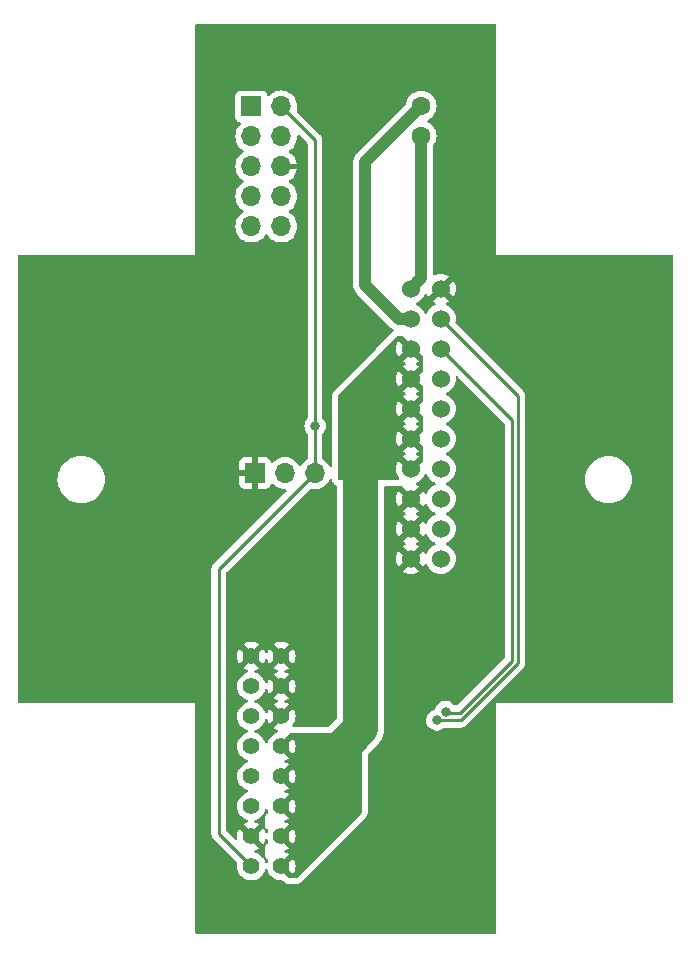
<source format=gtl>
G04 #@! TF.GenerationSoftware,KiCad,Pcbnew,7.0.8-7.0.8~ubuntu22.04.1*
G04 #@! TF.CreationDate,2024-01-26T15:23:50+01:00*
G04 #@! TF.ProjectId,bogie,626f6769-652e-46b6-9963-61645f706362,rev?*
G04 #@! TF.SameCoordinates,Original*
G04 #@! TF.FileFunction,Copper,L1,Top*
G04 #@! TF.FilePolarity,Positive*
%FSLAX46Y46*%
G04 Gerber Fmt 4.6, Leading zero omitted, Abs format (unit mm)*
G04 Created by KiCad (PCBNEW 7.0.8-7.0.8~ubuntu22.04.1) date 2024-01-26 15:23:50*
%MOMM*%
%LPD*%
G01*
G04 APERTURE LIST*
G04 #@! TA.AperFunction,ComponentPad*
%ADD10C,1.397000*%
G04 #@! TD*
G04 #@! TA.AperFunction,ComponentPad*
%ADD11R,1.700000X1.700000*%
G04 #@! TD*
G04 #@! TA.AperFunction,ComponentPad*
%ADD12O,1.700000X1.700000*%
G04 #@! TD*
G04 #@! TA.AperFunction,ComponentPad*
%ADD13C,1.600200*%
G04 #@! TD*
G04 #@! TA.AperFunction,ComponentPad*
%ADD14C,1.524000*%
G04 #@! TD*
G04 #@! TA.AperFunction,ViaPad*
%ADD15C,0.800000*%
G04 #@! TD*
G04 #@! TA.AperFunction,Conductor*
%ADD16C,0.250000*%
G04 #@! TD*
G04 #@! TA.AperFunction,Conductor*
%ADD17C,1.000000*%
G04 #@! TD*
G04 #@! TA.AperFunction,Conductor*
%ADD18C,3.000000*%
G04 #@! TD*
G04 APERTURE END LIST*
D10*
X94260000Y-74500000D03*
X94260000Y-77040000D03*
X94260000Y-79580000D03*
X94260000Y-82120000D03*
X94260000Y-84660000D03*
X94260000Y-87200000D03*
X94260000Y-89740000D03*
X94260000Y-92280000D03*
X96800000Y-74500000D03*
X96800000Y-77040000D03*
X96800000Y-79580000D03*
X96800000Y-82120000D03*
X96800000Y-84660000D03*
X96800000Y-87200000D03*
X96800000Y-89740000D03*
X96800000Y-92280000D03*
D11*
X94260000Y-27960000D03*
D12*
X96800000Y-27960000D03*
X94260000Y-30500000D03*
X96800000Y-30500000D03*
X94260000Y-33040000D03*
X96800000Y-33040000D03*
X94260000Y-35580000D03*
X96800000Y-35580000D03*
X94260000Y-38120000D03*
X96800000Y-38120000D03*
D11*
X94575000Y-59000000D03*
D12*
X97115000Y-59000000D03*
X99655000Y-59000000D03*
D13*
X108635000Y-30465100D03*
X108635000Y-27925100D03*
D14*
X107760000Y-43400000D03*
X107760000Y-45940000D03*
X107760000Y-48480000D03*
X107760000Y-51020000D03*
X107760000Y-53560000D03*
X107760000Y-56100000D03*
X107760000Y-58640000D03*
X107760000Y-61180000D03*
X107760000Y-63720000D03*
X107760000Y-66260000D03*
X110300000Y-43400000D03*
X110300000Y-45940000D03*
X110300000Y-48480000D03*
X110300000Y-51020000D03*
X110300000Y-53560000D03*
X110300000Y-56100000D03*
X110300000Y-58640000D03*
X110300000Y-61180000D03*
X110300000Y-63720000D03*
X110300000Y-66260000D03*
D15*
X99655000Y-55000000D03*
X123000000Y-52400000D03*
X128900000Y-71500000D03*
X104600000Y-22300000D03*
X106500000Y-89600000D03*
X114300000Y-75000000D03*
X114300000Y-70000000D03*
X96400000Y-47500000D03*
X118900000Y-71500000D03*
X94500000Y-66700000D03*
X123000000Y-42400000D03*
X118000000Y-47400000D03*
X99600000Y-27300000D03*
X101800000Y-44200000D03*
X104600000Y-27300000D03*
X111500000Y-89600000D03*
X118900000Y-66500000D03*
X86400000Y-42500000D03*
X81400000Y-76100000D03*
X91400000Y-42500000D03*
X106500000Y-94600000D03*
X101800000Y-39200000D03*
X128000000Y-47400000D03*
X94500000Y-71700000D03*
X76400000Y-52500000D03*
X128900000Y-66500000D03*
X76400000Y-42500000D03*
X76400000Y-71100000D03*
X101800000Y-49200000D03*
X109300000Y-70000000D03*
X91400000Y-47500000D03*
X111500000Y-94600000D03*
X123900000Y-71500000D03*
X86400000Y-52500000D03*
X76400000Y-76100000D03*
X128000000Y-42400000D03*
X81400000Y-47500000D03*
X123900000Y-66500000D03*
X86400000Y-47500000D03*
X86400000Y-66100000D03*
X118000000Y-42400000D03*
X81400000Y-66100000D03*
X96400000Y-42500000D03*
X128000000Y-52400000D03*
X99500000Y-66700000D03*
X81400000Y-42500000D03*
X109300000Y-75000000D03*
X99600000Y-22300000D03*
X123000000Y-47400000D03*
X81400000Y-71100000D03*
X86400000Y-76100000D03*
X118900000Y-76500000D03*
X81400000Y-52500000D03*
X123900000Y-76500000D03*
X96400000Y-52500000D03*
X91400000Y-52500000D03*
X76400000Y-47500000D03*
X86400000Y-71100000D03*
X99500000Y-71700000D03*
X76400000Y-66100000D03*
X118000000Y-52400000D03*
X128900000Y-76500000D03*
X109975500Y-79925000D03*
X110700000Y-79200000D03*
D16*
X96800000Y-27960000D02*
X99655000Y-30815000D01*
X99655000Y-59000000D02*
X91500000Y-67155000D01*
X99655000Y-30815000D02*
X99655000Y-55000000D01*
X91500000Y-67155000D02*
X91500000Y-89520000D01*
X91500000Y-89520000D02*
X94260000Y-92280000D01*
X99655000Y-55000000D02*
X99655000Y-59000000D01*
D17*
X108635000Y-42525000D02*
X107760000Y-43400000D01*
X108635000Y-30465100D02*
X108635000Y-42525000D01*
X103900000Y-43100000D02*
X106740000Y-45940000D01*
X103900000Y-32660100D02*
X103900000Y-43100000D01*
X108635000Y-27925100D02*
X103900000Y-32660100D01*
X106740000Y-45940000D02*
X107760000Y-45940000D01*
D18*
X103500000Y-58000000D02*
X103500000Y-80600000D01*
X103500000Y-80600000D02*
X101500000Y-82600000D01*
D16*
X111975000Y-79925000D02*
X116800000Y-75100000D01*
X109975500Y-79925000D02*
X111975000Y-79925000D01*
X116800000Y-52440000D02*
X110300000Y-45940000D01*
X116800000Y-75100000D02*
X116800000Y-52440000D01*
X110700000Y-79200000D02*
X110800000Y-79300000D01*
X111963604Y-79300000D02*
X116350000Y-74913604D01*
X110800000Y-79300000D02*
X111963604Y-79300000D01*
X116350000Y-54530000D02*
X110300000Y-48480000D01*
X116350000Y-74913604D02*
X116350000Y-54530000D01*
G04 #@! TA.AperFunction,Conductor*
G36*
X103543039Y-81019685D02*
G01*
X103588794Y-81072489D01*
X103600000Y-81124000D01*
X103600000Y-87748638D01*
X103580315Y-87815677D01*
X103563681Y-87836319D01*
X98136319Y-93263681D01*
X98074996Y-93297166D01*
X98048638Y-93300000D01*
X97517809Y-93300000D01*
X97450770Y-93280315D01*
X97430128Y-93263681D01*
X96883397Y-92716950D01*
X96932499Y-92709550D01*
X97053224Y-92651412D01*
X97151450Y-92560272D01*
X97218447Y-92444228D01*
X97236906Y-92363353D01*
X97807788Y-92934235D01*
X97807789Y-92934235D01*
X97823349Y-92913632D01*
X97823350Y-92913629D01*
X97922350Y-92714813D01*
X97922356Y-92714798D01*
X97983139Y-92501168D01*
X97983140Y-92501166D01*
X98003634Y-92280000D01*
X98003634Y-92279999D01*
X97983140Y-92058833D01*
X97983139Y-92058831D01*
X97922356Y-91845201D01*
X97922350Y-91845186D01*
X97823351Y-91646370D01*
X97823349Y-91646367D01*
X97807788Y-91625762D01*
X97239319Y-92194232D01*
X97238251Y-92179972D01*
X97189297Y-92055240D01*
X97105752Y-91950478D01*
X96995040Y-91874996D01*
X96885300Y-91841145D01*
X97452238Y-91274208D01*
X97336503Y-91202550D01*
X97336504Y-91202550D01*
X97137941Y-91125627D01*
X97082540Y-91083054D01*
X97058949Y-91017287D01*
X97074660Y-90949207D01*
X97124684Y-90900428D01*
X97137941Y-90894373D01*
X97336503Y-90817450D01*
X97336509Y-90817447D01*
X97452237Y-90745791D01*
X97452238Y-90745790D01*
X96883398Y-90176950D01*
X96932499Y-90169550D01*
X97053224Y-90111412D01*
X97151450Y-90020272D01*
X97218447Y-89904228D01*
X97236906Y-89823353D01*
X97807788Y-90394235D01*
X97807789Y-90394235D01*
X97823349Y-90373632D01*
X97823350Y-90373629D01*
X97922350Y-90174813D01*
X97922356Y-90174798D01*
X97983139Y-89961168D01*
X97983140Y-89961166D01*
X98003634Y-89740000D01*
X98003634Y-89739999D01*
X97983140Y-89518833D01*
X97983139Y-89518831D01*
X97922356Y-89305201D01*
X97922350Y-89305186D01*
X97823351Y-89106370D01*
X97823349Y-89106367D01*
X97807788Y-89085762D01*
X97239319Y-89654232D01*
X97238251Y-89639972D01*
X97189297Y-89515240D01*
X97105752Y-89410478D01*
X96995040Y-89334996D01*
X96885301Y-89301145D01*
X97452238Y-88734208D01*
X97336503Y-88662550D01*
X97336504Y-88662550D01*
X97137941Y-88585627D01*
X97082540Y-88543054D01*
X97058949Y-88477287D01*
X97074660Y-88409207D01*
X97124684Y-88360428D01*
X97137941Y-88354373D01*
X97336503Y-88277450D01*
X97336509Y-88277447D01*
X97452237Y-88205791D01*
X97452238Y-88205790D01*
X96883398Y-87636950D01*
X96932499Y-87629550D01*
X97053224Y-87571412D01*
X97151450Y-87480272D01*
X97218447Y-87364228D01*
X97236906Y-87283353D01*
X97807788Y-87854235D01*
X97807789Y-87854235D01*
X97823349Y-87833632D01*
X97823350Y-87833629D01*
X97922350Y-87634813D01*
X97922356Y-87634798D01*
X97983139Y-87421168D01*
X97983140Y-87421166D01*
X98003634Y-87200000D01*
X98003634Y-87199999D01*
X97983140Y-86978833D01*
X97983139Y-86978831D01*
X97922356Y-86765201D01*
X97922350Y-86765186D01*
X97823351Y-86566370D01*
X97823349Y-86566367D01*
X97807788Y-86545762D01*
X97239319Y-87114232D01*
X97238251Y-87099972D01*
X97189297Y-86975240D01*
X97105752Y-86870478D01*
X96995040Y-86794996D01*
X96885301Y-86761145D01*
X97452238Y-86194208D01*
X97336503Y-86122550D01*
X97336504Y-86122550D01*
X97137941Y-86045627D01*
X97082540Y-86003054D01*
X97058949Y-85937287D01*
X97074660Y-85869207D01*
X97124684Y-85820428D01*
X97137941Y-85814373D01*
X97336503Y-85737450D01*
X97336509Y-85737447D01*
X97452237Y-85665791D01*
X97452238Y-85665790D01*
X96883398Y-85096950D01*
X96932499Y-85089550D01*
X97053224Y-85031412D01*
X97151450Y-84940272D01*
X97218447Y-84824228D01*
X97236906Y-84743353D01*
X97807788Y-85314235D01*
X97807789Y-85314235D01*
X97823349Y-85293632D01*
X97823350Y-85293629D01*
X97922350Y-85094813D01*
X97922356Y-85094798D01*
X97983139Y-84881168D01*
X97983140Y-84881166D01*
X98003634Y-84660000D01*
X98003634Y-84659999D01*
X97983140Y-84438833D01*
X97983139Y-84438831D01*
X97922356Y-84225201D01*
X97922350Y-84225186D01*
X97823351Y-84026370D01*
X97823349Y-84026367D01*
X97807788Y-84005762D01*
X97239319Y-84574232D01*
X97238251Y-84559972D01*
X97189297Y-84435240D01*
X97105752Y-84330478D01*
X96995040Y-84254996D01*
X96885301Y-84221145D01*
X97452238Y-83654208D01*
X97336503Y-83582550D01*
X97336504Y-83582550D01*
X97137941Y-83505627D01*
X97082540Y-83463054D01*
X97058949Y-83397287D01*
X97074660Y-83329207D01*
X97124684Y-83280428D01*
X97137941Y-83274373D01*
X97336503Y-83197450D01*
X97336509Y-83197447D01*
X97452237Y-83125791D01*
X97452238Y-83125790D01*
X96883398Y-82556950D01*
X96932499Y-82549550D01*
X97053224Y-82491412D01*
X97151450Y-82400272D01*
X97218447Y-82284228D01*
X97236906Y-82203353D01*
X97807788Y-82774235D01*
X97807789Y-82774235D01*
X97823349Y-82753632D01*
X97823350Y-82753629D01*
X97922350Y-82554813D01*
X97922356Y-82554798D01*
X97983139Y-82341168D01*
X97983140Y-82341166D01*
X98003634Y-82120000D01*
X98003634Y-82119999D01*
X97983140Y-81898833D01*
X97983139Y-81898831D01*
X97922356Y-81685201D01*
X97922350Y-81685186D01*
X97823351Y-81486370D01*
X97823349Y-81486367D01*
X97807788Y-81465762D01*
X97239319Y-82034232D01*
X97238251Y-82019972D01*
X97189297Y-81895240D01*
X97105752Y-81790478D01*
X96995040Y-81714996D01*
X96885301Y-81681145D01*
X97460605Y-81105841D01*
X97466860Y-81069429D01*
X97514039Y-81017894D01*
X97578206Y-81000000D01*
X103476000Y-81000000D01*
X103543039Y-81019685D01*
G37*
G04 #@! TD.AperFunction*
G04 #@! TA.AperFunction,Conductor*
G36*
X95267788Y-90394235D02*
G01*
X95280972Y-90393320D01*
X95305238Y-90375313D01*
X95314434Y-90311363D01*
X95316228Y-90307604D01*
X95382350Y-90174813D01*
X95382352Y-90174808D01*
X95410472Y-90075976D01*
X95447751Y-90016883D01*
X95511061Y-89987325D01*
X95580301Y-89996687D01*
X95633487Y-90041996D01*
X95649005Y-90075975D01*
X95677175Y-90174982D01*
X95678794Y-90179160D01*
X95684651Y-90248784D01*
X95651937Y-90310522D01*
X95644367Y-90317659D01*
X95588656Y-90365933D01*
X95588653Y-90365936D01*
X95520940Y-90444080D01*
X95471845Y-90475630D01*
X95467503Y-90532961D01*
X95464299Y-90540650D01*
X95434663Y-90605543D01*
X95414978Y-90672581D01*
X95414976Y-90672586D01*
X95394500Y-90815007D01*
X95394500Y-91204994D01*
X95405166Y-91308286D01*
X95405169Y-91308302D01*
X95415522Y-91357899D01*
X95415526Y-91357911D01*
X95449391Y-91464104D01*
X95447222Y-91464795D01*
X95455731Y-91522710D01*
X95447128Y-91541699D01*
X95460797Y-91541240D01*
X95520811Y-91577019D01*
X95524932Y-91581694D01*
X95529317Y-91586930D01*
X95567677Y-91632733D01*
X95567678Y-91632734D01*
X95646172Y-91703093D01*
X95682953Y-91762497D01*
X95681779Y-91832357D01*
X95679034Y-91840219D01*
X95677174Y-91845019D01*
X95649265Y-91943109D01*
X95611986Y-92002202D01*
X95548676Y-92031759D01*
X95479436Y-92022397D01*
X95426250Y-91977087D01*
X95410736Y-91943117D01*
X95382824Y-91845016D01*
X95380435Y-91840219D01*
X95318879Y-91716596D01*
X95306618Y-91647810D01*
X95316343Y-91624468D01*
X95298370Y-91624524D01*
X95239476Y-91586930D01*
X95233985Y-91580167D01*
X95149866Y-91468775D01*
X94985655Y-91319078D01*
X94985653Y-91319076D01*
X94796733Y-91202102D01*
X94796727Y-91202099D01*
X94650099Y-91145295D01*
X94598633Y-91125357D01*
X94543232Y-91082785D01*
X94519642Y-91017018D01*
X94535353Y-90948938D01*
X94585377Y-90900159D01*
X94598635Y-90894104D01*
X94796500Y-90817451D01*
X94796509Y-90817447D01*
X94912237Y-90745791D01*
X94912238Y-90745790D01*
X94343397Y-90176950D01*
X94392499Y-90169550D01*
X94513224Y-90111412D01*
X94611450Y-90020272D01*
X94678447Y-89904228D01*
X94696906Y-89823353D01*
X95267788Y-90394235D01*
G37*
G04 #@! TD.AperFunction*
G04 #@! TA.AperFunction,Conductor*
G36*
X101056785Y-59524579D02*
G01*
X101102120Y-59577744D01*
X101110087Y-59601999D01*
X101117261Y-59634976D01*
X101151383Y-59737497D01*
X101151386Y-59737503D01*
X101229171Y-59858537D01*
X101229179Y-59858548D01*
X101274923Y-59911340D01*
X101274926Y-59911343D01*
X101274930Y-59911347D01*
X101383664Y-60005567D01*
X101427013Y-60025364D01*
X101479815Y-60071117D01*
X101499500Y-60138156D01*
X101499500Y-79720004D01*
X101479815Y-79787043D01*
X101463181Y-79807685D01*
X100812685Y-80458181D01*
X100751362Y-80491666D01*
X100725004Y-80494500D01*
X97860274Y-80494500D01*
X97793235Y-80474815D01*
X97747480Y-80422011D01*
X97737536Y-80352853D01*
X97761320Y-80295773D01*
X97823349Y-80213632D01*
X97922350Y-80014813D01*
X97922356Y-80014798D01*
X97983139Y-79801168D01*
X97983140Y-79801166D01*
X98003634Y-79580000D01*
X98003634Y-79579999D01*
X97983140Y-79358833D01*
X97983139Y-79358831D01*
X97922356Y-79145201D01*
X97922350Y-79145186D01*
X97823351Y-78946370D01*
X97823349Y-78946367D01*
X97807788Y-78925762D01*
X97239319Y-79494232D01*
X97238251Y-79479972D01*
X97189297Y-79355240D01*
X97105752Y-79250478D01*
X96995040Y-79174996D01*
X96885301Y-79141145D01*
X97452238Y-78574208D01*
X97336503Y-78502550D01*
X97336504Y-78502550D01*
X97137941Y-78425627D01*
X97082540Y-78383054D01*
X97058949Y-78317287D01*
X97074660Y-78249207D01*
X97124684Y-78200428D01*
X97137941Y-78194373D01*
X97336503Y-78117450D01*
X97336509Y-78117447D01*
X97452237Y-78045791D01*
X97452238Y-78045790D01*
X96883398Y-77476950D01*
X96932499Y-77469550D01*
X97053224Y-77411412D01*
X97151450Y-77320272D01*
X97218447Y-77204228D01*
X97236906Y-77123353D01*
X97807788Y-77694235D01*
X97807789Y-77694235D01*
X97823349Y-77673632D01*
X97823350Y-77673629D01*
X97922350Y-77474813D01*
X97922356Y-77474798D01*
X97983139Y-77261168D01*
X97983140Y-77261166D01*
X98003634Y-77040000D01*
X98003634Y-77039999D01*
X97983140Y-76818833D01*
X97983139Y-76818831D01*
X97922356Y-76605201D01*
X97922350Y-76605186D01*
X97823351Y-76406370D01*
X97823349Y-76406367D01*
X97807788Y-76385762D01*
X97239319Y-76954232D01*
X97238251Y-76939972D01*
X97189297Y-76815240D01*
X97105752Y-76710478D01*
X96995040Y-76634996D01*
X96885301Y-76601145D01*
X97452238Y-76034208D01*
X97336503Y-75962550D01*
X97336504Y-75962550D01*
X97137941Y-75885627D01*
X97082540Y-75843054D01*
X97058949Y-75777287D01*
X97074660Y-75709207D01*
X97124684Y-75660428D01*
X97137941Y-75654373D01*
X97336503Y-75577450D01*
X97336509Y-75577447D01*
X97452237Y-75505791D01*
X97452238Y-75505790D01*
X96883398Y-74936950D01*
X96932499Y-74929550D01*
X97053224Y-74871412D01*
X97151450Y-74780272D01*
X97218447Y-74664228D01*
X97236906Y-74583353D01*
X97807788Y-75154235D01*
X97807789Y-75154235D01*
X97823349Y-75133632D01*
X97823350Y-75133629D01*
X97922350Y-74934813D01*
X97922356Y-74934798D01*
X97983139Y-74721168D01*
X97983140Y-74721166D01*
X98003634Y-74500000D01*
X98003634Y-74499999D01*
X97983140Y-74278833D01*
X97983139Y-74278831D01*
X97922356Y-74065201D01*
X97922350Y-74065186D01*
X97823351Y-73866370D01*
X97823349Y-73866367D01*
X97807788Y-73845762D01*
X97239319Y-74414232D01*
X97238251Y-74399972D01*
X97189297Y-74275240D01*
X97105752Y-74170478D01*
X96995040Y-74094996D01*
X96885301Y-74061145D01*
X97452238Y-73494208D01*
X97336503Y-73422550D01*
X97336504Y-73422550D01*
X97129392Y-73342315D01*
X96911055Y-73301500D01*
X96688945Y-73301500D01*
X96470607Y-73342315D01*
X96263497Y-73422549D01*
X96263494Y-73422551D01*
X96147760Y-73494208D01*
X96716602Y-74063049D01*
X96667501Y-74070450D01*
X96546776Y-74128588D01*
X96448550Y-74219728D01*
X96381553Y-74335772D01*
X96363093Y-74416645D01*
X95792210Y-73845762D01*
X95776651Y-73866367D01*
X95776646Y-73866374D01*
X95677649Y-74065186D01*
X95677644Y-74065199D01*
X95649266Y-74164939D01*
X95611987Y-74224032D01*
X95548677Y-74253589D01*
X95479437Y-74244227D01*
X95426251Y-74198917D01*
X95410734Y-74164939D01*
X95382355Y-74065199D01*
X95382350Y-74065186D01*
X95283351Y-73866370D01*
X95283349Y-73866367D01*
X95267788Y-73845762D01*
X94699319Y-74414232D01*
X94698251Y-74399972D01*
X94649297Y-74275240D01*
X94565752Y-74170478D01*
X94455040Y-74094996D01*
X94345301Y-74061145D01*
X94912238Y-73494208D01*
X94796503Y-73422550D01*
X94796504Y-73422550D01*
X94589392Y-73342315D01*
X94371055Y-73301500D01*
X94148945Y-73301500D01*
X93930607Y-73342315D01*
X93723497Y-73422549D01*
X93723494Y-73422551D01*
X93607760Y-73494208D01*
X94176602Y-74063049D01*
X94127501Y-74070450D01*
X94006776Y-74128588D01*
X93908550Y-74219728D01*
X93841553Y-74335772D01*
X93823093Y-74416645D01*
X93252210Y-73845762D01*
X93236651Y-73866367D01*
X93236646Y-73866374D01*
X93137649Y-74065186D01*
X93137643Y-74065201D01*
X93076860Y-74278831D01*
X93076859Y-74278833D01*
X93056366Y-74499999D01*
X93056366Y-74500000D01*
X93076859Y-74721166D01*
X93076860Y-74721168D01*
X93137643Y-74934798D01*
X93137649Y-74934813D01*
X93236646Y-75133626D01*
X93236651Y-75133634D01*
X93252209Y-75154235D01*
X93820680Y-74585766D01*
X93821749Y-74600028D01*
X93870703Y-74724760D01*
X93954248Y-74829522D01*
X94064960Y-74905004D01*
X94174698Y-74938854D01*
X93607760Y-75505790D01*
X93607761Y-75505791D01*
X93723488Y-75577445D01*
X93723495Y-75577449D01*
X93921365Y-75654104D01*
X93976766Y-75696677D01*
X94000357Y-75762444D01*
X93984646Y-75830524D01*
X93934622Y-75879303D01*
X93921365Y-75885357D01*
X93723281Y-75962095D01*
X93723266Y-75962102D01*
X93534346Y-76079076D01*
X93534344Y-76079078D01*
X93370133Y-76228775D01*
X93236222Y-76406103D01*
X93137180Y-76605005D01*
X93137174Y-76605020D01*
X93076366Y-76818738D01*
X93076365Y-76818740D01*
X93055863Y-77039999D01*
X93055863Y-77040000D01*
X93076365Y-77261259D01*
X93076366Y-77261261D01*
X93137174Y-77474979D01*
X93137180Y-77474994D01*
X93236222Y-77673896D01*
X93370133Y-77851224D01*
X93534344Y-78000921D01*
X93534346Y-78000923D01*
X93723266Y-78117897D01*
X93723272Y-78117900D01*
X93765693Y-78134333D01*
X93920675Y-78194374D01*
X93976074Y-78236946D01*
X93999665Y-78302713D01*
X93983954Y-78370793D01*
X93933930Y-78419572D01*
X93920684Y-78425621D01*
X93841371Y-78456348D01*
X93723272Y-78502099D01*
X93723266Y-78502102D01*
X93534346Y-78619076D01*
X93534344Y-78619078D01*
X93370133Y-78768775D01*
X93236222Y-78946103D01*
X93137180Y-79145005D01*
X93137174Y-79145020D01*
X93076366Y-79358738D01*
X93076365Y-79358740D01*
X93055863Y-79579999D01*
X93055863Y-79580000D01*
X93076365Y-79801259D01*
X93076366Y-79801261D01*
X93137174Y-80014979D01*
X93137180Y-80014994D01*
X93236222Y-80213896D01*
X93370133Y-80391224D01*
X93493423Y-80503617D01*
X93531329Y-80538173D01*
X93534344Y-80540921D01*
X93534346Y-80540923D01*
X93723266Y-80657897D01*
X93723272Y-80657900D01*
X93765693Y-80674333D01*
X93920675Y-80734374D01*
X93976074Y-80776946D01*
X93999665Y-80842713D01*
X93983954Y-80910793D01*
X93933930Y-80959572D01*
X93920684Y-80965621D01*
X93841371Y-80996348D01*
X93723272Y-81042099D01*
X93723266Y-81042102D01*
X93534346Y-81159076D01*
X93534344Y-81159078D01*
X93370133Y-81308775D01*
X93236222Y-81486103D01*
X93137180Y-81685005D01*
X93137174Y-81685020D01*
X93076366Y-81898738D01*
X93076365Y-81898740D01*
X93055863Y-82119999D01*
X93055863Y-82120000D01*
X93076365Y-82341259D01*
X93076366Y-82341261D01*
X93137174Y-82554979D01*
X93137180Y-82554994D01*
X93236222Y-82753896D01*
X93370133Y-82931224D01*
X93534344Y-83080921D01*
X93534346Y-83080923D01*
X93723266Y-83197897D01*
X93723272Y-83197900D01*
X93765693Y-83214333D01*
X93920675Y-83274374D01*
X93976074Y-83316946D01*
X93999665Y-83382713D01*
X93983954Y-83450793D01*
X93933930Y-83499572D01*
X93920684Y-83505621D01*
X93841371Y-83536348D01*
X93723272Y-83582099D01*
X93723266Y-83582102D01*
X93534346Y-83699076D01*
X93534344Y-83699078D01*
X93370133Y-83848775D01*
X93236222Y-84026103D01*
X93137180Y-84225005D01*
X93137174Y-84225020D01*
X93076366Y-84438738D01*
X93076365Y-84438740D01*
X93055863Y-84659999D01*
X93055863Y-84660000D01*
X93076365Y-84881259D01*
X93076366Y-84881261D01*
X93137174Y-85094979D01*
X93137180Y-85094994D01*
X93236222Y-85293896D01*
X93370133Y-85471224D01*
X93534344Y-85620921D01*
X93534346Y-85620923D01*
X93723266Y-85737897D01*
X93723272Y-85737900D01*
X93765693Y-85754333D01*
X93920675Y-85814374D01*
X93976074Y-85856946D01*
X93999665Y-85922713D01*
X93983954Y-85990793D01*
X93933930Y-86039572D01*
X93920684Y-86045621D01*
X93841371Y-86076348D01*
X93723272Y-86122099D01*
X93723266Y-86122102D01*
X93534346Y-86239076D01*
X93534344Y-86239078D01*
X93370133Y-86388775D01*
X93236222Y-86566103D01*
X93137180Y-86765005D01*
X93137174Y-86765020D01*
X93076366Y-86978738D01*
X93076365Y-86978740D01*
X93055863Y-87199999D01*
X93055863Y-87200000D01*
X93076365Y-87421259D01*
X93076366Y-87421261D01*
X93137174Y-87634979D01*
X93137180Y-87634994D01*
X93236222Y-87833896D01*
X93370133Y-88011224D01*
X93534344Y-88160921D01*
X93534346Y-88160923D01*
X93723266Y-88277897D01*
X93723272Y-88277900D01*
X93762684Y-88293168D01*
X93921367Y-88354642D01*
X93976766Y-88397214D01*
X94000357Y-88462981D01*
X93984646Y-88531061D01*
X93934622Y-88579840D01*
X93921365Y-88585894D01*
X93723506Y-88662545D01*
X93723494Y-88662551D01*
X93607760Y-88734208D01*
X94176602Y-89303049D01*
X94127501Y-89310450D01*
X94006776Y-89368588D01*
X93908550Y-89459728D01*
X93841553Y-89575772D01*
X93823093Y-89656646D01*
X93252210Y-89085762D01*
X93236651Y-89106367D01*
X93236646Y-89106374D01*
X93137649Y-89305186D01*
X93137643Y-89305201D01*
X93076860Y-89518831D01*
X93076859Y-89518833D01*
X93056366Y-89739999D01*
X93056366Y-89740001D01*
X93070816Y-89895951D01*
X93057401Y-89964521D01*
X93009043Y-90014953D01*
X92941097Y-90031235D01*
X92875135Y-90008197D01*
X92859664Y-89995073D01*
X92161819Y-89297228D01*
X92128334Y-89235905D01*
X92125500Y-89209547D01*
X92125500Y-67465451D01*
X92145185Y-67398412D01*
X92161814Y-67377775D01*
X99199353Y-60340235D01*
X99260674Y-60306752D01*
X99319125Y-60308143D01*
X99353780Y-60317428D01*
X99419592Y-60335063D01*
X99590319Y-60350000D01*
X99654999Y-60355659D01*
X99655000Y-60355659D01*
X99655001Y-60355659D01*
X99719681Y-60350000D01*
X99890408Y-60335063D01*
X100118663Y-60273903D01*
X100332830Y-60174035D01*
X100526401Y-60038495D01*
X100693495Y-59871401D01*
X100829035Y-59677830D01*
X100876540Y-59575954D01*
X100922711Y-59523516D01*
X100989904Y-59504364D01*
X101056785Y-59524579D01*
G37*
G04 #@! TD.AperFunction*
G04 #@! TA.AperFunction,Conductor*
G36*
X95580562Y-87457601D02*
G01*
X95633749Y-87502911D01*
X95649265Y-87536888D01*
X95677176Y-87634984D01*
X95677178Y-87634988D01*
X95678794Y-87639160D01*
X95684651Y-87708784D01*
X95651937Y-87770522D01*
X95644367Y-87777659D01*
X95588656Y-87825933D01*
X95522255Y-87902562D01*
X95471053Y-87935466D01*
X95466539Y-87995073D01*
X95463334Y-88002764D01*
X95434664Y-88065540D01*
X95414978Y-88132581D01*
X95414976Y-88132586D01*
X95394500Y-88275007D01*
X95394500Y-88664994D01*
X95405166Y-88768286D01*
X95405169Y-88768302D01*
X95415522Y-88817899D01*
X95415526Y-88817911D01*
X95449391Y-88924104D01*
X95447863Y-88924591D01*
X95456714Y-88984854D01*
X95449891Y-88999914D01*
X95459418Y-88999594D01*
X95519432Y-89035373D01*
X95523564Y-89040062D01*
X95567670Y-89092725D01*
X95567678Y-89092734D01*
X95646172Y-89163093D01*
X95682953Y-89222497D01*
X95681779Y-89292357D01*
X95679034Y-89300219D01*
X95677174Y-89305019D01*
X95649005Y-89404023D01*
X95611726Y-89463116D01*
X95548416Y-89492673D01*
X95479176Y-89483311D01*
X95425990Y-89438001D01*
X95410473Y-89404022D01*
X95382356Y-89305201D01*
X95382350Y-89305186D01*
X95317500Y-89174950D01*
X95305239Y-89106164D01*
X95312448Y-89088861D01*
X95267788Y-89085762D01*
X94699319Y-89654232D01*
X94698251Y-89639972D01*
X94649297Y-89515240D01*
X94565752Y-89410478D01*
X94455040Y-89334996D01*
X94345301Y-89301145D01*
X94912238Y-88734208D01*
X94796503Y-88662550D01*
X94796495Y-88662546D01*
X94598634Y-88585894D01*
X94543232Y-88543322D01*
X94519642Y-88477555D01*
X94535353Y-88409474D01*
X94585377Y-88360696D01*
X94598615Y-88354649D01*
X94796730Y-88277899D01*
X94985655Y-88160922D01*
X95149868Y-88011222D01*
X95251586Y-87876524D01*
X95306241Y-87835967D01*
X95315749Y-87769845D01*
X95317543Y-87766086D01*
X95382819Y-87634994D01*
X95382818Y-87634994D01*
X95382824Y-87634984D01*
X95410734Y-87536889D01*
X95448013Y-87477796D01*
X95511323Y-87448239D01*
X95580562Y-87457601D01*
G37*
G04 #@! TD.AperFunction*
G04 #@! TA.AperFunction,Conductor*
G36*
X96361749Y-79680028D02*
G01*
X96410703Y-79804760D01*
X96494248Y-79909522D01*
X96604960Y-79985004D01*
X96714698Y-80018854D01*
X96147760Y-80585790D01*
X96147761Y-80585791D01*
X96263488Y-80657445D01*
X96263495Y-80657449D01*
X96461365Y-80734104D01*
X96516766Y-80776677D01*
X96540357Y-80842444D01*
X96524646Y-80910524D01*
X96474622Y-80959303D01*
X96461365Y-80965357D01*
X96263281Y-81042095D01*
X96263266Y-81042102D01*
X96074346Y-81159076D01*
X96074344Y-81159078D01*
X95910133Y-81308775D01*
X95776222Y-81486103D01*
X95677180Y-81685005D01*
X95677174Y-81685020D01*
X95649266Y-81783109D01*
X95611987Y-81842203D01*
X95548677Y-81871760D01*
X95479438Y-81862398D01*
X95426251Y-81817088D01*
X95410734Y-81783109D01*
X95382825Y-81685020D01*
X95382824Y-81685016D01*
X95350243Y-81619585D01*
X95288718Y-81496025D01*
X95283778Y-81486104D01*
X95194681Y-81368120D01*
X95149866Y-81308775D01*
X94985655Y-81159078D01*
X94985653Y-81159076D01*
X94796733Y-81042102D01*
X94796727Y-81042100D01*
X94599322Y-80965624D01*
X94543925Y-80923054D01*
X94520334Y-80857287D01*
X94536045Y-80789207D01*
X94586069Y-80740428D01*
X94599308Y-80734380D01*
X94796730Y-80657899D01*
X94985655Y-80540922D01*
X95137930Y-80402105D01*
X95149866Y-80391224D01*
X95154873Y-80384594D01*
X95283778Y-80213896D01*
X95382824Y-80014984D01*
X95410994Y-79915975D01*
X95448273Y-79856883D01*
X95511583Y-79827325D01*
X95580822Y-79836687D01*
X95634009Y-79881997D01*
X95649526Y-79915975D01*
X95677644Y-80014800D01*
X95677649Y-80014813D01*
X95776646Y-80213626D01*
X95776651Y-80213634D01*
X95792209Y-80234235D01*
X96360680Y-79665766D01*
X96361749Y-79680028D01*
G37*
G04 #@! TD.AperFunction*
G04 #@! TA.AperFunction,Conductor*
G36*
X96361749Y-77140028D02*
G01*
X96410703Y-77264760D01*
X96494248Y-77369522D01*
X96604960Y-77445004D01*
X96714698Y-77478854D01*
X96147760Y-78045790D01*
X96147761Y-78045791D01*
X96263488Y-78117445D01*
X96263495Y-78117449D01*
X96462058Y-78194373D01*
X96517460Y-78236946D01*
X96541050Y-78302713D01*
X96525339Y-78370794D01*
X96475315Y-78419572D01*
X96462058Y-78425627D01*
X96263497Y-78502549D01*
X96263494Y-78502551D01*
X96147760Y-78574208D01*
X96716602Y-79143049D01*
X96667501Y-79150450D01*
X96546776Y-79208588D01*
X96448550Y-79299728D01*
X96381553Y-79415772D01*
X96363093Y-79496645D01*
X95792210Y-78925762D01*
X95776651Y-78946367D01*
X95776646Y-78946374D01*
X95677649Y-79145186D01*
X95677644Y-79145199D01*
X95649526Y-79244024D01*
X95612246Y-79303117D01*
X95548937Y-79332674D01*
X95479697Y-79323312D01*
X95426511Y-79278002D01*
X95410994Y-79244023D01*
X95384370Y-79150450D01*
X95382824Y-79145016D01*
X95380750Y-79140851D01*
X95283910Y-78946370D01*
X95283778Y-78946104D01*
X95197399Y-78831719D01*
X95149866Y-78768775D01*
X94985655Y-78619078D01*
X94985653Y-78619076D01*
X94796733Y-78502102D01*
X94796727Y-78502100D01*
X94599322Y-78425624D01*
X94543925Y-78383054D01*
X94520334Y-78317287D01*
X94536045Y-78249207D01*
X94586069Y-78200428D01*
X94599308Y-78194380D01*
X94796730Y-78117899D01*
X94985655Y-78000922D01*
X95149868Y-77851222D01*
X95283778Y-77673896D01*
X95382824Y-77474984D01*
X95410994Y-77375975D01*
X95448273Y-77316883D01*
X95511583Y-77287325D01*
X95580822Y-77296687D01*
X95634009Y-77341997D01*
X95649526Y-77375975D01*
X95677644Y-77474800D01*
X95677649Y-77474813D01*
X95776646Y-77673626D01*
X95776651Y-77673634D01*
X95792209Y-77694235D01*
X96360680Y-77125766D01*
X96361749Y-77140028D01*
G37*
G04 #@! TD.AperFunction*
G04 #@! TA.AperFunction,Conductor*
G36*
X95267788Y-75154235D02*
G01*
X95267789Y-75154235D01*
X95283349Y-75133632D01*
X95283350Y-75133629D01*
X95382350Y-74934813D01*
X95382356Y-74934798D01*
X95410734Y-74835061D01*
X95448013Y-74775967D01*
X95511323Y-74746410D01*
X95580562Y-74755772D01*
X95633749Y-74801082D01*
X95649266Y-74835061D01*
X95677643Y-74934798D01*
X95677649Y-74934813D01*
X95776646Y-75133626D01*
X95776651Y-75133634D01*
X95792209Y-75154235D01*
X96360680Y-74585766D01*
X96361749Y-74600028D01*
X96410703Y-74724760D01*
X96494248Y-74829522D01*
X96604960Y-74905004D01*
X96714698Y-74938854D01*
X96147760Y-75505790D01*
X96147761Y-75505791D01*
X96263488Y-75577445D01*
X96263495Y-75577449D01*
X96462058Y-75654373D01*
X96517460Y-75696946D01*
X96541050Y-75762713D01*
X96525339Y-75830794D01*
X96475315Y-75879572D01*
X96462058Y-75885627D01*
X96263497Y-75962549D01*
X96263494Y-75962551D01*
X96147760Y-76034208D01*
X96716602Y-76603049D01*
X96667501Y-76610450D01*
X96546776Y-76668588D01*
X96448550Y-76759728D01*
X96381553Y-76875772D01*
X96363093Y-76956645D01*
X95792210Y-76385762D01*
X95776651Y-76406367D01*
X95776646Y-76406374D01*
X95677649Y-76605186D01*
X95677644Y-76605199D01*
X95649526Y-76704024D01*
X95612246Y-76763117D01*
X95548937Y-76792674D01*
X95479697Y-76783312D01*
X95426511Y-76738002D01*
X95410994Y-76704023D01*
X95384370Y-76610450D01*
X95382824Y-76605016D01*
X95283778Y-76406104D01*
X95149868Y-76228778D01*
X95149866Y-76228775D01*
X94985655Y-76079078D01*
X94985653Y-76079076D01*
X94796733Y-75962102D01*
X94796727Y-75962099D01*
X94650099Y-75905295D01*
X94598633Y-75885357D01*
X94543232Y-75842785D01*
X94519642Y-75777018D01*
X94535353Y-75708938D01*
X94585377Y-75660159D01*
X94598635Y-75654104D01*
X94796500Y-75577451D01*
X94796509Y-75577447D01*
X94912237Y-75505791D01*
X94912238Y-75505790D01*
X94343398Y-74936950D01*
X94392499Y-74929550D01*
X94513224Y-74871412D01*
X94611450Y-74780272D01*
X94678447Y-74664228D01*
X94696906Y-74583353D01*
X95267788Y-75154235D01*
G37*
G04 #@! TD.AperFunction*
G04 #@! TA.AperFunction,Conductor*
G36*
X108811740Y-64418187D02*
G01*
X108811742Y-64418186D01*
X108857093Y-64353420D01*
X108857100Y-64353408D01*
X108917342Y-64224219D01*
X108963514Y-64171779D01*
X109030707Y-64152627D01*
X109097588Y-64172842D01*
X109142106Y-64224219D01*
X109202464Y-64353658D01*
X109202468Y-64353666D01*
X109329170Y-64534615D01*
X109329175Y-64534621D01*
X109485378Y-64690824D01*
X109485384Y-64690829D01*
X109666333Y-64817531D01*
X109666335Y-64817532D01*
X109666338Y-64817534D01*
X109785748Y-64873215D01*
X109795189Y-64877618D01*
X109847628Y-64923790D01*
X109866780Y-64990984D01*
X109846564Y-65057865D01*
X109795189Y-65102382D01*
X109666340Y-65162465D01*
X109666338Y-65162466D01*
X109485377Y-65289175D01*
X109329175Y-65445377D01*
X109202467Y-65626337D01*
X109202466Y-65626339D01*
X109202348Y-65626593D01*
X109142105Y-65755782D01*
X109095932Y-65808221D01*
X109028738Y-65827372D01*
X108961857Y-65807156D01*
X108917341Y-65755780D01*
X108857100Y-65626593D01*
X108857099Y-65626591D01*
X108811740Y-65561811D01*
X108249521Y-66124029D01*
X108226845Y-66046799D01*
X108147869Y-65923910D01*
X108037470Y-65828248D01*
X107904592Y-65767565D01*
X107899599Y-65766847D01*
X108458187Y-65208258D01*
X108393409Y-65162900D01*
X108393407Y-65162899D01*
X108263627Y-65102382D01*
X108211187Y-65056210D01*
X108192035Y-64989017D01*
X108212251Y-64922135D01*
X108263627Y-64877618D01*
X108393408Y-64817100D01*
X108393420Y-64817093D01*
X108458186Y-64771742D01*
X108458187Y-64771740D01*
X107899600Y-64213152D01*
X107904592Y-64212435D01*
X108037470Y-64151752D01*
X108147869Y-64056090D01*
X108226845Y-63933201D01*
X108249522Y-63855969D01*
X108811740Y-64418187D01*
G37*
G04 #@! TD.AperFunction*
G04 #@! TA.AperFunction,Conductor*
G36*
X108811740Y-61878187D02*
G01*
X108811742Y-61878186D01*
X108857093Y-61813420D01*
X108857100Y-61813408D01*
X108917342Y-61684219D01*
X108963514Y-61631779D01*
X109030707Y-61612627D01*
X109097588Y-61632842D01*
X109142106Y-61684219D01*
X109202464Y-61813658D01*
X109202468Y-61813666D01*
X109329170Y-61994615D01*
X109329175Y-61994621D01*
X109485378Y-62150824D01*
X109485384Y-62150829D01*
X109666333Y-62277531D01*
X109666335Y-62277532D01*
X109666338Y-62277534D01*
X109785748Y-62333215D01*
X109795189Y-62337618D01*
X109847628Y-62383790D01*
X109866780Y-62450984D01*
X109846564Y-62517865D01*
X109795189Y-62562382D01*
X109666340Y-62622465D01*
X109666338Y-62622466D01*
X109485377Y-62749175D01*
X109329175Y-62905377D01*
X109202467Y-63086337D01*
X109202466Y-63086339D01*
X109202348Y-63086593D01*
X109142105Y-63215782D01*
X109095932Y-63268221D01*
X109028738Y-63287372D01*
X108961857Y-63267156D01*
X108917341Y-63215780D01*
X108857100Y-63086593D01*
X108857099Y-63086591D01*
X108811740Y-63021811D01*
X108249521Y-63584029D01*
X108226845Y-63506799D01*
X108147869Y-63383910D01*
X108037470Y-63288248D01*
X107904592Y-63227565D01*
X107899599Y-63226847D01*
X108458187Y-62668258D01*
X108393409Y-62622900D01*
X108393407Y-62622899D01*
X108263627Y-62562382D01*
X108211187Y-62516210D01*
X108192035Y-62449017D01*
X108212251Y-62382135D01*
X108263627Y-62337618D01*
X108393408Y-62277100D01*
X108393420Y-62277093D01*
X108458186Y-62231742D01*
X108458187Y-62231740D01*
X107899600Y-61673152D01*
X107904592Y-61672435D01*
X108037470Y-61611752D01*
X108147869Y-61516090D01*
X108226845Y-61393201D01*
X108249522Y-61315969D01*
X108811740Y-61878187D01*
G37*
G04 #@! TD.AperFunction*
G04 #@! TA.AperFunction,Conductor*
G36*
X109097865Y-59093435D02*
G01*
X109142382Y-59144811D01*
X109202464Y-59273658D01*
X109202468Y-59273666D01*
X109329170Y-59454615D01*
X109329175Y-59454621D01*
X109485378Y-59610824D01*
X109485384Y-59610829D01*
X109666333Y-59737531D01*
X109666335Y-59737532D01*
X109666338Y-59737534D01*
X109785748Y-59793215D01*
X109795189Y-59797618D01*
X109847628Y-59843790D01*
X109866780Y-59910984D01*
X109846564Y-59977865D01*
X109795189Y-60022382D01*
X109666340Y-60082465D01*
X109666338Y-60082466D01*
X109485377Y-60209175D01*
X109329175Y-60365377D01*
X109202467Y-60546337D01*
X109202466Y-60546339D01*
X109202348Y-60546593D01*
X109142105Y-60675782D01*
X109095932Y-60728221D01*
X109028738Y-60747372D01*
X108961857Y-60727156D01*
X108917341Y-60675780D01*
X108857100Y-60546593D01*
X108857099Y-60546591D01*
X108811740Y-60481811D01*
X108249521Y-61044029D01*
X108226845Y-60966799D01*
X108147869Y-60843910D01*
X108037470Y-60748248D01*
X107904592Y-60687565D01*
X107899599Y-60686847D01*
X108458187Y-60128258D01*
X108393409Y-60082900D01*
X108393407Y-60082899D01*
X108264219Y-60022658D01*
X108211779Y-59976486D01*
X108192627Y-59909293D01*
X108212843Y-59842411D01*
X108264219Y-59797894D01*
X108270294Y-59795061D01*
X108393662Y-59737534D01*
X108574620Y-59610826D01*
X108730826Y-59454620D01*
X108857534Y-59273662D01*
X108917618Y-59144811D01*
X108963790Y-59092371D01*
X109030983Y-59073219D01*
X109097865Y-59093435D01*
G37*
G04 #@! TD.AperFunction*
G04 #@! TA.AperFunction,Conductor*
G36*
X109833155Y-43613201D02*
G01*
X109912131Y-43736090D01*
X110022530Y-43831752D01*
X110155408Y-43892435D01*
X110160400Y-43893152D01*
X109601811Y-44451741D01*
X109666582Y-44497094D01*
X109666588Y-44497098D01*
X109795781Y-44557342D01*
X109848220Y-44603514D01*
X109867372Y-44670708D01*
X109847156Y-44737589D01*
X109795781Y-44782106D01*
X109666340Y-44842465D01*
X109666338Y-44842466D01*
X109485377Y-44969175D01*
X109329175Y-45125377D01*
X109202466Y-45306338D01*
X109202465Y-45306340D01*
X109142382Y-45435189D01*
X109096209Y-45487628D01*
X109029016Y-45506780D01*
X108962135Y-45486564D01*
X108917618Y-45435189D01*
X108857534Y-45306340D01*
X108857533Y-45306338D01*
X108730827Y-45125381D01*
X108730823Y-45125377D01*
X108574620Y-44969174D01*
X108574616Y-44969171D01*
X108574615Y-44969170D01*
X108393666Y-44842468D01*
X108393658Y-44842464D01*
X108264811Y-44782382D01*
X108212371Y-44736210D01*
X108193219Y-44669017D01*
X108213435Y-44602135D01*
X108264811Y-44557618D01*
X108270802Y-44554824D01*
X108393662Y-44497534D01*
X108574620Y-44370826D01*
X108730826Y-44214620D01*
X108857534Y-44033662D01*
X108917894Y-43904218D01*
X108964066Y-43851779D01*
X109031259Y-43832627D01*
X109098141Y-43852843D01*
X109142658Y-43904219D01*
X109202899Y-44033407D01*
X109202900Y-44033409D01*
X109248258Y-44098187D01*
X109810477Y-43535968D01*
X109833155Y-43613201D01*
G37*
G04 #@! TD.AperFunction*
G04 #@! TA.AperFunction,Conductor*
G36*
X114943039Y-21019685D02*
G01*
X114988794Y-21072489D01*
X115000000Y-21124000D01*
X115000000Y-40500000D01*
X129876000Y-40500000D01*
X129943039Y-40519685D01*
X129988794Y-40572489D01*
X130000000Y-40624000D01*
X130000000Y-78376000D01*
X129980315Y-78443039D01*
X129927511Y-78488794D01*
X129876000Y-78500000D01*
X115000000Y-78500000D01*
X115000000Y-97876000D01*
X114980315Y-97943039D01*
X114927511Y-97988794D01*
X114876000Y-98000000D01*
X89624000Y-98000000D01*
X89556961Y-97980315D01*
X89511206Y-97927511D01*
X89500000Y-97876000D01*
X89500000Y-78500000D01*
X74624000Y-78500000D01*
X74556961Y-78480315D01*
X74511206Y-78427511D01*
X74500000Y-78376000D01*
X74500000Y-67135195D01*
X90869840Y-67135195D01*
X90874225Y-67181583D01*
X90874500Y-67187421D01*
X90874500Y-89437255D01*
X90872775Y-89452872D01*
X90873061Y-89452899D01*
X90872326Y-89460665D01*
X90874500Y-89529814D01*
X90874500Y-89559343D01*
X90874501Y-89559360D01*
X90875368Y-89566231D01*
X90875826Y-89572050D01*
X90877290Y-89618624D01*
X90877291Y-89618627D01*
X90882880Y-89637867D01*
X90886824Y-89656911D01*
X90889336Y-89676791D01*
X90906490Y-89720119D01*
X90908382Y-89725647D01*
X90921381Y-89770388D01*
X90931580Y-89787634D01*
X90940138Y-89805103D01*
X90947514Y-89823732D01*
X90974898Y-89861423D01*
X90978106Y-89866307D01*
X91001827Y-89906416D01*
X91001833Y-89906424D01*
X91015990Y-89920580D01*
X91028628Y-89935376D01*
X91040405Y-89951586D01*
X91040406Y-89951587D01*
X91076309Y-89981288D01*
X91080620Y-89985210D01*
X92112428Y-91017018D01*
X93042398Y-91946988D01*
X93075883Y-92008311D01*
X93076542Y-92052998D01*
X93076895Y-92053031D01*
X93076591Y-92056308D01*
X93076608Y-92057441D01*
X93076366Y-92058733D01*
X93055863Y-92279999D01*
X93055863Y-92280000D01*
X93076365Y-92501259D01*
X93076366Y-92501261D01*
X93137174Y-92714979D01*
X93137180Y-92714994D01*
X93236222Y-92913896D01*
X93370133Y-93091224D01*
X93534344Y-93240921D01*
X93534346Y-93240923D01*
X93723266Y-93357897D01*
X93723272Y-93357900D01*
X93752206Y-93369109D01*
X93930472Y-93438170D01*
X94148896Y-93479000D01*
X94148899Y-93479000D01*
X94371101Y-93479000D01*
X94371104Y-93479000D01*
X94589528Y-93438170D01*
X94796730Y-93357899D01*
X94985655Y-93240922D01*
X95149868Y-93091222D01*
X95283778Y-92913896D01*
X95382824Y-92714984D01*
X95410734Y-92616889D01*
X95448013Y-92557796D01*
X95511323Y-92528239D01*
X95580562Y-92537601D01*
X95633749Y-92582911D01*
X95649266Y-92616890D01*
X95677174Y-92714979D01*
X95677180Y-92714994D01*
X95776222Y-92913896D01*
X95910133Y-93091224D01*
X96074344Y-93240921D01*
X96074346Y-93240923D01*
X96263266Y-93357897D01*
X96263272Y-93357900D01*
X96292206Y-93369109D01*
X96470472Y-93438170D01*
X96688896Y-93479000D01*
X96688899Y-93479000D01*
X96879200Y-93479000D01*
X96946239Y-93498685D01*
X96966881Y-93515319D01*
X97082266Y-93630704D01*
X97082267Y-93630704D01*
X97102403Y-93648791D01*
X97102402Y-93648791D01*
X97133586Y-93673920D01*
X97133589Y-93673922D01*
X97177473Y-93705567D01*
X97308350Y-93765338D01*
X97351122Y-93777897D01*
X97375384Y-93785022D01*
X97375389Y-93785023D01*
X97375393Y-93785024D01*
X97517809Y-93805500D01*
X97517812Y-93805500D01*
X98062173Y-93805500D01*
X98062177Y-93805500D01*
X98089216Y-93804051D01*
X98089223Y-93804050D01*
X98089227Y-93804050D01*
X98089228Y-93804050D01*
X98129036Y-93799769D01*
X98182448Y-93791114D01*
X98317257Y-93740832D01*
X98378580Y-93707347D01*
X98493761Y-93621123D01*
X103930697Y-88184188D01*
X103930697Y-88184187D01*
X103930704Y-88184181D01*
X103930704Y-88184180D01*
X103948791Y-88164044D01*
X103948791Y-88164045D01*
X103973920Y-88132861D01*
X103978362Y-88126699D01*
X104005567Y-88088974D01*
X104065338Y-87958097D01*
X104085023Y-87891058D01*
X104085024Y-87891054D01*
X104105500Y-87748638D01*
X104105500Y-82874996D01*
X104125185Y-82807957D01*
X104141819Y-82787315D01*
X104560895Y-82368239D01*
X104965088Y-81964046D01*
X105015739Y-81913395D01*
X105057339Y-81857821D01*
X105060109Y-81854386D01*
X105073077Y-81839419D01*
X105105574Y-81801918D01*
X105143116Y-81743499D01*
X105145631Y-81739878D01*
X105187226Y-81684315D01*
X105220498Y-81623379D01*
X105222736Y-81619608D01*
X105260282Y-81561187D01*
X105289120Y-81498040D01*
X105291102Y-81494080D01*
X105295458Y-81486103D01*
X105324367Y-81433161D01*
X105348632Y-81368099D01*
X105350310Y-81364049D01*
X105379156Y-81300889D01*
X105398716Y-81234269D01*
X105400100Y-81230111D01*
X105424369Y-81165046D01*
X105439129Y-81097193D01*
X105440215Y-81092936D01*
X105459775Y-81026323D01*
X105469655Y-80957606D01*
X105470433Y-80953288D01*
X105485196Y-80885428D01*
X105490148Y-80816175D01*
X105490617Y-80811808D01*
X105500500Y-80743079D01*
X105500500Y-80456921D01*
X105500500Y-60229500D01*
X105520185Y-60162461D01*
X105572989Y-60116706D01*
X105624500Y-60105500D01*
X106653383Y-60105500D01*
X106677623Y-60102650D01*
X106770606Y-60091720D01*
X106826550Y-60078383D01*
X106890938Y-60054802D01*
X106960656Y-60050234D01*
X107021778Y-60084083D01*
X107026608Y-60093055D01*
X107620400Y-60686847D01*
X107615408Y-60687565D01*
X107482530Y-60748248D01*
X107372131Y-60843910D01*
X107293155Y-60966799D01*
X107270477Y-61044030D01*
X106708258Y-60481811D01*
X106708257Y-60481812D01*
X106662903Y-60546586D01*
X106569579Y-60746720D01*
X106569575Y-60746729D01*
X106512426Y-60960013D01*
X106512424Y-60960023D01*
X106493179Y-61179999D01*
X106493179Y-61180000D01*
X106512424Y-61399976D01*
X106512426Y-61399986D01*
X106569575Y-61613270D01*
X106569580Y-61613284D01*
X106662899Y-61813407D01*
X106662900Y-61813409D01*
X106708258Y-61878187D01*
X107270477Y-61315968D01*
X107293155Y-61393201D01*
X107372131Y-61516090D01*
X107482530Y-61611752D01*
X107615408Y-61672435D01*
X107620400Y-61673152D01*
X107061811Y-62231741D01*
X107126582Y-62277094D01*
X107126588Y-62277098D01*
X107256373Y-62337618D01*
X107308812Y-62383790D01*
X107327964Y-62450984D01*
X107307748Y-62517865D01*
X107256373Y-62562382D01*
X107126586Y-62622903D01*
X107061812Y-62668257D01*
X107061811Y-62668258D01*
X107620400Y-63226847D01*
X107615408Y-63227565D01*
X107482530Y-63288248D01*
X107372131Y-63383910D01*
X107293155Y-63506799D01*
X107270477Y-63584030D01*
X106708258Y-63021811D01*
X106708257Y-63021812D01*
X106662903Y-63086586D01*
X106569579Y-63286720D01*
X106569575Y-63286729D01*
X106512426Y-63500013D01*
X106512424Y-63500023D01*
X106493179Y-63719999D01*
X106493179Y-63720000D01*
X106512424Y-63939976D01*
X106512426Y-63939986D01*
X106569575Y-64153270D01*
X106569580Y-64153284D01*
X106662899Y-64353407D01*
X106662900Y-64353409D01*
X106708258Y-64418187D01*
X107270477Y-63855968D01*
X107293155Y-63933201D01*
X107372131Y-64056090D01*
X107482530Y-64151752D01*
X107615408Y-64212435D01*
X107620400Y-64213152D01*
X107061811Y-64771741D01*
X107126582Y-64817094D01*
X107126588Y-64817098D01*
X107256373Y-64877618D01*
X107308812Y-64923790D01*
X107327964Y-64990984D01*
X107307748Y-65057865D01*
X107256373Y-65102382D01*
X107126586Y-65162903D01*
X107061812Y-65208257D01*
X107061811Y-65208258D01*
X107620400Y-65766847D01*
X107615408Y-65767565D01*
X107482530Y-65828248D01*
X107372131Y-65923910D01*
X107293155Y-66046799D01*
X107270477Y-66124030D01*
X106708258Y-65561811D01*
X106708257Y-65561812D01*
X106662903Y-65626586D01*
X106569579Y-65826720D01*
X106569575Y-65826729D01*
X106512426Y-66040013D01*
X106512424Y-66040023D01*
X106493179Y-66259999D01*
X106493179Y-66260000D01*
X106512424Y-66479976D01*
X106512426Y-66479986D01*
X106569575Y-66693270D01*
X106569580Y-66693284D01*
X106662899Y-66893407D01*
X106662900Y-66893409D01*
X106708258Y-66958187D01*
X107270477Y-66395968D01*
X107293155Y-66473201D01*
X107372131Y-66596090D01*
X107482530Y-66691752D01*
X107615408Y-66752435D01*
X107620400Y-66753152D01*
X107061811Y-67311741D01*
X107126582Y-67357094D01*
X107126592Y-67357100D01*
X107326715Y-67450419D01*
X107326729Y-67450424D01*
X107540013Y-67507573D01*
X107540023Y-67507575D01*
X107759999Y-67526821D01*
X107760001Y-67526821D01*
X107979976Y-67507575D01*
X107979986Y-67507573D01*
X108193270Y-67450424D01*
X108193284Y-67450419D01*
X108393408Y-67357100D01*
X108393420Y-67357093D01*
X108458186Y-67311742D01*
X108458187Y-67311740D01*
X107899600Y-66753152D01*
X107904592Y-66752435D01*
X108037470Y-66691752D01*
X108147869Y-66596090D01*
X108226845Y-66473201D01*
X108249522Y-66395969D01*
X108811740Y-66958187D01*
X108811742Y-66958186D01*
X108857093Y-66893420D01*
X108857100Y-66893408D01*
X108917342Y-66764219D01*
X108963514Y-66711779D01*
X109030707Y-66692627D01*
X109097588Y-66712842D01*
X109142106Y-66764219D01*
X109202464Y-66893658D01*
X109202468Y-66893666D01*
X109329170Y-67074615D01*
X109329175Y-67074621D01*
X109485378Y-67230824D01*
X109485384Y-67230829D01*
X109666333Y-67357531D01*
X109666335Y-67357532D01*
X109666338Y-67357534D01*
X109866550Y-67450894D01*
X110079932Y-67508070D01*
X110237123Y-67521822D01*
X110299998Y-67527323D01*
X110300000Y-67527323D01*
X110300002Y-67527323D01*
X110355017Y-67522509D01*
X110520068Y-67508070D01*
X110733450Y-67450894D01*
X110933662Y-67357534D01*
X111114620Y-67230826D01*
X111270826Y-67074620D01*
X111397534Y-66893662D01*
X111490894Y-66693450D01*
X111548070Y-66480068D01*
X111567323Y-66260000D01*
X111548070Y-66039932D01*
X111490894Y-65826550D01*
X111397534Y-65626339D01*
X111270826Y-65445380D01*
X111114620Y-65289174D01*
X111114616Y-65289171D01*
X111114615Y-65289170D01*
X110933666Y-65162468D01*
X110933658Y-65162464D01*
X110804811Y-65102382D01*
X110752371Y-65056210D01*
X110733219Y-64989017D01*
X110753435Y-64922135D01*
X110804811Y-64877618D01*
X110810802Y-64874824D01*
X110933662Y-64817534D01*
X111114620Y-64690826D01*
X111270826Y-64534620D01*
X111397534Y-64353662D01*
X111490894Y-64153450D01*
X111548070Y-63940068D01*
X111567323Y-63720000D01*
X111548070Y-63499932D01*
X111490894Y-63286550D01*
X111397534Y-63086339D01*
X111270826Y-62905380D01*
X111114620Y-62749174D01*
X111114616Y-62749171D01*
X111114615Y-62749170D01*
X110933666Y-62622468D01*
X110933658Y-62622464D01*
X110804811Y-62562382D01*
X110752371Y-62516210D01*
X110733219Y-62449017D01*
X110753435Y-62382135D01*
X110804811Y-62337618D01*
X110810802Y-62334824D01*
X110933662Y-62277534D01*
X111114620Y-62150826D01*
X111270826Y-61994620D01*
X111397534Y-61813662D01*
X111490894Y-61613450D01*
X111548070Y-61400068D01*
X111567323Y-61180000D01*
X111548070Y-60959932D01*
X111490894Y-60746550D01*
X111397534Y-60546339D01*
X111283280Y-60383166D01*
X111270827Y-60365381D01*
X111195060Y-60289614D01*
X111114620Y-60209174D01*
X111114616Y-60209171D01*
X111114615Y-60209170D01*
X110933666Y-60082468D01*
X110933658Y-60082464D01*
X110804811Y-60022382D01*
X110752371Y-59976210D01*
X110733219Y-59909017D01*
X110753435Y-59842135D01*
X110804811Y-59797618D01*
X110810802Y-59794824D01*
X110933662Y-59737534D01*
X111114620Y-59610826D01*
X111270826Y-59454620D01*
X111397534Y-59273662D01*
X111490894Y-59073450D01*
X111548070Y-58860068D01*
X111567323Y-58640000D01*
X111548070Y-58419932D01*
X111490894Y-58206550D01*
X111397534Y-58006339D01*
X111297010Y-57862775D01*
X111270827Y-57825381D01*
X111217216Y-57771770D01*
X111114620Y-57669174D01*
X111114616Y-57669171D01*
X111114615Y-57669170D01*
X110933666Y-57542468D01*
X110933658Y-57542464D01*
X110804811Y-57482382D01*
X110752371Y-57436210D01*
X110733219Y-57369017D01*
X110753435Y-57302135D01*
X110804811Y-57257618D01*
X110810802Y-57254824D01*
X110933662Y-57197534D01*
X111114620Y-57070826D01*
X111270826Y-56914620D01*
X111397534Y-56733662D01*
X111490894Y-56533450D01*
X111548070Y-56320068D01*
X111567323Y-56100000D01*
X111548070Y-55879932D01*
X111490894Y-55666550D01*
X111397534Y-55466339D01*
X111270826Y-55285380D01*
X111114620Y-55129174D01*
X111114616Y-55129171D01*
X111114615Y-55129170D01*
X110933666Y-55002468D01*
X110933658Y-55002464D01*
X110804811Y-54942382D01*
X110752371Y-54896210D01*
X110733219Y-54829017D01*
X110753435Y-54762135D01*
X110804811Y-54717618D01*
X110810802Y-54714824D01*
X110933662Y-54657534D01*
X111114620Y-54530826D01*
X111270826Y-54374620D01*
X111397534Y-54193662D01*
X111490894Y-53993450D01*
X111548070Y-53780068D01*
X111567323Y-53560000D01*
X111548070Y-53339932D01*
X111490894Y-53126550D01*
X111397534Y-52926339D01*
X111294500Y-52779190D01*
X111270827Y-52745381D01*
X111224536Y-52699090D01*
X111114620Y-52589174D01*
X111114616Y-52589171D01*
X111114615Y-52589170D01*
X110933666Y-52462468D01*
X110933658Y-52462464D01*
X110804811Y-52402382D01*
X110752371Y-52356210D01*
X110733219Y-52289017D01*
X110753435Y-52222135D01*
X110804811Y-52177618D01*
X110816080Y-52172363D01*
X110933662Y-52117534D01*
X111114620Y-51990826D01*
X111270826Y-51834620D01*
X111397534Y-51653662D01*
X111490894Y-51453450D01*
X111548070Y-51240068D01*
X111567323Y-51020000D01*
X111559807Y-50934093D01*
X111573573Y-50865595D01*
X111622188Y-50815412D01*
X111690217Y-50799478D01*
X111756061Y-50822853D01*
X111771016Y-50835606D01*
X115688181Y-54752771D01*
X115721666Y-54814094D01*
X115724500Y-54840452D01*
X115724500Y-74603151D01*
X115704815Y-74670190D01*
X115688181Y-74690832D01*
X111740832Y-78638181D01*
X111679509Y-78671666D01*
X111653151Y-78674500D01*
X111493788Y-78674500D01*
X111426749Y-78654815D01*
X111401638Y-78633472D01*
X111348276Y-78574208D01*
X111305871Y-78527112D01*
X111272066Y-78502551D01*
X111152734Y-78415851D01*
X111152729Y-78415848D01*
X110979807Y-78338857D01*
X110979802Y-78338855D01*
X110834001Y-78307865D01*
X110794646Y-78299500D01*
X110605354Y-78299500D01*
X110590238Y-78302713D01*
X110420197Y-78338855D01*
X110420192Y-78338857D01*
X110247270Y-78415848D01*
X110247265Y-78415851D01*
X110094129Y-78527111D01*
X109967466Y-78667785D01*
X109872821Y-78831715D01*
X109872819Y-78831719D01*
X109827061Y-78972549D01*
X109787623Y-79030224D01*
X109734913Y-79055520D01*
X109695694Y-79063856D01*
X109695692Y-79063857D01*
X109522770Y-79140848D01*
X109522765Y-79140851D01*
X109369629Y-79252111D01*
X109242966Y-79392785D01*
X109148321Y-79556715D01*
X109148318Y-79556722D01*
X109129840Y-79613593D01*
X109089826Y-79736744D01*
X109070040Y-79925000D01*
X109089826Y-80113256D01*
X109089827Y-80113259D01*
X109148318Y-80293277D01*
X109148321Y-80293284D01*
X109242967Y-80457216D01*
X109358330Y-80585339D01*
X109369629Y-80597888D01*
X109522765Y-80709148D01*
X109522770Y-80709151D01*
X109695692Y-80786142D01*
X109695697Y-80786144D01*
X109880854Y-80825500D01*
X109880855Y-80825500D01*
X110070144Y-80825500D01*
X110070146Y-80825500D01*
X110255303Y-80786144D01*
X110428230Y-80709151D01*
X110581371Y-80597888D01*
X110584288Y-80594647D01*
X110587100Y-80591526D01*
X110646587Y-80554879D01*
X110679248Y-80550500D01*
X111892257Y-80550500D01*
X111907877Y-80552224D01*
X111907904Y-80551939D01*
X111915660Y-80552671D01*
X111915667Y-80552673D01*
X111984814Y-80550500D01*
X112014350Y-80550500D01*
X112021228Y-80549630D01*
X112027041Y-80549172D01*
X112073627Y-80547709D01*
X112092869Y-80542117D01*
X112111912Y-80538174D01*
X112131792Y-80535664D01*
X112175122Y-80518507D01*
X112180646Y-80516617D01*
X112192824Y-80513079D01*
X112225390Y-80503618D01*
X112242629Y-80493422D01*
X112260103Y-80484862D01*
X112278727Y-80477488D01*
X112278727Y-80477487D01*
X112278732Y-80477486D01*
X112316449Y-80450082D01*
X112321305Y-80446892D01*
X112361420Y-80423170D01*
X112375589Y-80408999D01*
X112390379Y-80396368D01*
X112406587Y-80384594D01*
X112436299Y-80348676D01*
X112440212Y-80344376D01*
X117183788Y-75600801D01*
X117196042Y-75590986D01*
X117195859Y-75590764D01*
X117201866Y-75585792D01*
X117201877Y-75585786D01*
X117232775Y-75552882D01*
X117249227Y-75535364D01*
X117259671Y-75524918D01*
X117270120Y-75514471D01*
X117274379Y-75508978D01*
X117278152Y-75504561D01*
X117310062Y-75470582D01*
X117319713Y-75453024D01*
X117330396Y-75436761D01*
X117342673Y-75420936D01*
X117361185Y-75378153D01*
X117363738Y-75372941D01*
X117386197Y-75332092D01*
X117391180Y-75312680D01*
X117397481Y-75294280D01*
X117405437Y-75275896D01*
X117412729Y-75229852D01*
X117413906Y-75224171D01*
X117425500Y-75179019D01*
X117425500Y-75158983D01*
X117427027Y-75139582D01*
X117427969Y-75133634D01*
X117430160Y-75119804D01*
X117425775Y-75073415D01*
X117425500Y-75067577D01*
X117425500Y-59550001D01*
X122494390Y-59550001D01*
X122514804Y-59835433D01*
X122575628Y-60115037D01*
X122575630Y-60115043D01*
X122575631Y-60115046D01*
X122675633Y-60383161D01*
X122675635Y-60383166D01*
X122812770Y-60634309D01*
X122812775Y-60634317D01*
X122984254Y-60863387D01*
X122984270Y-60863405D01*
X123186594Y-61065729D01*
X123186612Y-61065745D01*
X123415682Y-61237224D01*
X123415690Y-61237229D01*
X123666833Y-61374364D01*
X123666832Y-61374364D01*
X123666836Y-61374365D01*
X123666839Y-61374367D01*
X123934954Y-61474369D01*
X123934960Y-61474370D01*
X123934962Y-61474371D01*
X124214566Y-61535195D01*
X124214568Y-61535195D01*
X124214572Y-61535196D01*
X124428552Y-61550500D01*
X124571448Y-61550500D01*
X124785428Y-61535196D01*
X125065046Y-61474369D01*
X125333161Y-61374367D01*
X125584315Y-61237226D01*
X125813395Y-61065739D01*
X126015739Y-60863395D01*
X126187226Y-60634315D01*
X126324367Y-60383161D01*
X126424369Y-60115046D01*
X126429443Y-60091720D01*
X126485195Y-59835433D01*
X126485195Y-59835432D01*
X126485196Y-59835428D01*
X126505610Y-59550000D01*
X126485196Y-59264572D01*
X126443620Y-59073451D01*
X126424371Y-58984962D01*
X126424370Y-58984960D01*
X126424369Y-58984954D01*
X126324367Y-58716839D01*
X126205963Y-58500000D01*
X126187229Y-58465690D01*
X126187224Y-58465682D01*
X126015745Y-58236612D01*
X126015729Y-58236594D01*
X125813405Y-58034270D01*
X125813387Y-58034254D01*
X125584317Y-57862775D01*
X125584309Y-57862770D01*
X125333166Y-57725635D01*
X125333167Y-57725635D01*
X125170426Y-57664936D01*
X125065046Y-57625631D01*
X125065043Y-57625630D01*
X125065037Y-57625628D01*
X124785433Y-57564804D01*
X124571448Y-57549500D01*
X124428552Y-57549500D01*
X124214566Y-57564804D01*
X123934962Y-57625628D01*
X123666833Y-57725635D01*
X123415690Y-57862770D01*
X123415682Y-57862775D01*
X123186612Y-58034254D01*
X123186594Y-58034270D01*
X122984270Y-58236594D01*
X122984254Y-58236612D01*
X122812775Y-58465682D01*
X122812770Y-58465690D01*
X122675635Y-58716833D01*
X122575628Y-58984962D01*
X122514804Y-59264566D01*
X122494390Y-59549998D01*
X122494390Y-59550001D01*
X117425500Y-59550001D01*
X117425500Y-52522738D01*
X117427224Y-52507124D01*
X117426938Y-52507097D01*
X117427672Y-52499334D01*
X117425500Y-52430203D01*
X117425500Y-52400651D01*
X117425500Y-52400650D01*
X117424629Y-52393759D01*
X117424172Y-52387945D01*
X117422709Y-52341372D01*
X117417122Y-52322144D01*
X117413174Y-52303084D01*
X117410664Y-52283208D01*
X117393507Y-52239875D01*
X117391619Y-52234359D01*
X117378619Y-52189612D01*
X117368418Y-52172363D01*
X117359860Y-52154894D01*
X117352486Y-52136268D01*
X117352483Y-52136264D01*
X117352483Y-52136263D01*
X117325098Y-52098571D01*
X117321890Y-52093687D01*
X117298172Y-52053582D01*
X117298163Y-52053571D01*
X117284005Y-52039413D01*
X117271370Y-52024620D01*
X117259593Y-52008412D01*
X117223693Y-51978713D01*
X117219381Y-51974790D01*
X111568386Y-46323795D01*
X111534901Y-46262472D01*
X111536293Y-46204018D01*
X111548069Y-46160072D01*
X111548069Y-46160071D01*
X111548070Y-46160068D01*
X111567323Y-45940000D01*
X111548070Y-45719932D01*
X111490894Y-45506550D01*
X111397534Y-45306339D01*
X111270826Y-45125380D01*
X111114620Y-44969174D01*
X111114616Y-44969171D01*
X111114615Y-44969170D01*
X110933666Y-44842468D01*
X110933658Y-44842464D01*
X110804219Y-44782106D01*
X110751779Y-44735934D01*
X110732627Y-44668741D01*
X110752843Y-44601859D01*
X110804219Y-44557342D01*
X110933408Y-44497100D01*
X110933420Y-44497093D01*
X110998186Y-44451742D01*
X110998187Y-44451740D01*
X110439600Y-43893152D01*
X110444592Y-43892435D01*
X110577470Y-43831752D01*
X110687869Y-43736090D01*
X110766845Y-43613201D01*
X110789522Y-43535969D01*
X111351740Y-44098187D01*
X111351742Y-44098186D01*
X111397093Y-44033420D01*
X111397100Y-44033408D01*
X111490419Y-43833284D01*
X111490424Y-43833270D01*
X111547573Y-43619986D01*
X111547575Y-43619976D01*
X111566821Y-43400000D01*
X111566821Y-43399999D01*
X111547575Y-43180023D01*
X111547573Y-43180013D01*
X111490424Y-42966729D01*
X111490420Y-42966720D01*
X111397098Y-42766590D01*
X111351740Y-42701811D01*
X110789521Y-43264029D01*
X110766845Y-43186799D01*
X110687869Y-43063910D01*
X110577470Y-42968248D01*
X110444592Y-42907565D01*
X110439599Y-42906847D01*
X110998187Y-42348258D01*
X110933409Y-42302900D01*
X110933407Y-42302899D01*
X110733284Y-42209580D01*
X110733270Y-42209575D01*
X110519986Y-42152426D01*
X110519976Y-42152424D01*
X110300001Y-42133179D01*
X110299999Y-42133179D01*
X110080023Y-42152424D01*
X110080013Y-42152426D01*
X109866729Y-42209575D01*
X109866720Y-42209579D01*
X109811903Y-42235140D01*
X109742826Y-42245631D01*
X109679042Y-42217110D01*
X109640803Y-42158633D01*
X109635500Y-42122757D01*
X109635500Y-31342861D01*
X109655185Y-31275822D01*
X109657910Y-31271758D01*
X109765655Y-31117884D01*
X109861833Y-30911631D01*
X109920733Y-30691810D01*
X109940568Y-30465100D01*
X109920733Y-30238390D01*
X109861833Y-30018569D01*
X109765655Y-29812316D01*
X109635123Y-29625897D01*
X109474203Y-29464977D01*
X109474201Y-29464976D01*
X109474198Y-29464973D01*
X109287785Y-29334445D01*
X109287783Y-29334444D01*
X109229962Y-29307482D01*
X109177523Y-29261310D01*
X109158371Y-29194116D01*
X109178587Y-29127235D01*
X109229962Y-29082718D01*
X109287784Y-29055755D01*
X109474203Y-28925223D01*
X109635123Y-28764303D01*
X109765655Y-28577884D01*
X109861833Y-28371631D01*
X109920733Y-28151810D01*
X109940568Y-27925100D01*
X109920733Y-27698390D01*
X109861833Y-27478569D01*
X109765655Y-27272316D01*
X109635123Y-27085897D01*
X109474203Y-26924977D01*
X109474201Y-26924976D01*
X109474198Y-26924973D01*
X109287785Y-26794445D01*
X109287783Y-26794444D01*
X109184657Y-26746356D01*
X109081531Y-26698267D01*
X109081527Y-26698266D01*
X109081523Y-26698264D01*
X108861715Y-26639368D01*
X108861705Y-26639366D01*
X108635001Y-26619532D01*
X108634999Y-26619532D01*
X108408294Y-26639366D01*
X108408284Y-26639368D01*
X108188476Y-26698264D01*
X108188467Y-26698268D01*
X107982216Y-26794444D01*
X107982214Y-26794445D01*
X107795801Y-26924973D01*
X107795795Y-26924978D01*
X107634878Y-27085895D01*
X107634873Y-27085901D01*
X107504345Y-27272314D01*
X107504344Y-27272316D01*
X107408168Y-27478567D01*
X107408164Y-27478576D01*
X107349268Y-27698384D01*
X107349266Y-27698393D01*
X107343849Y-27760304D01*
X107318395Y-27825372D01*
X107308002Y-27837175D01*
X103201532Y-31943646D01*
X103136946Y-32005042D01*
X103101899Y-32055394D01*
X103099062Y-32059156D01*
X103060302Y-32106692D01*
X103060299Y-32106697D01*
X103044392Y-32137147D01*
X103040324Y-32143861D01*
X103020702Y-32172054D01*
X102996509Y-32228430D01*
X102994488Y-32232684D01*
X102966091Y-32287051D01*
X102966090Y-32287052D01*
X102956640Y-32320075D01*
X102954007Y-32327471D01*
X102940459Y-32359043D01*
X102928113Y-32419119D01*
X102926990Y-32423695D01*
X102910113Y-32482677D01*
X102910113Y-32482679D01*
X102907503Y-32516941D01*
X102906414Y-32524708D01*
X102900980Y-32551152D01*
X102899500Y-32558358D01*
X102899500Y-32619697D01*
X102899321Y-32624406D01*
X102894662Y-32685574D01*
X102896707Y-32701627D01*
X102899003Y-32719660D01*
X102899500Y-32727488D01*
X102899500Y-43087283D01*
X102897243Y-43176362D01*
X102897243Y-43176370D01*
X102908064Y-43236739D01*
X102908718Y-43241404D01*
X102914925Y-43302430D01*
X102914927Y-43302444D01*
X102925208Y-43335213D01*
X102927079Y-43342837D01*
X102933142Y-43376652D01*
X102933142Y-43376655D01*
X102955894Y-43433612D01*
X102957474Y-43438051D01*
X102975841Y-43496588D01*
X102975844Y-43496595D01*
X102992509Y-43526619D01*
X102995879Y-43533714D01*
X103008622Y-43565614D01*
X103008627Y-43565624D01*
X103042377Y-43616833D01*
X103044818Y-43620863D01*
X103074588Y-43674498D01*
X103074589Y-43674499D01*
X103074591Y-43674502D01*
X103096968Y-43700567D01*
X103101693Y-43706835D01*
X103114263Y-43725906D01*
X103120598Y-43735519D01*
X103163978Y-43778899D01*
X103167169Y-43782343D01*
X103207131Y-43828892D01*
X103207134Y-43828895D01*
X103213019Y-43833450D01*
X103234294Y-43849918D01*
X103240190Y-43855111D01*
X106023566Y-46638487D01*
X106084941Y-46703053D01*
X106135294Y-46738100D01*
X106139037Y-46740922D01*
X106155831Y-46754615D01*
X106186595Y-46779700D01*
X106207053Y-46790385D01*
X106217045Y-46795605D01*
X106223755Y-46799670D01*
X106251951Y-46819295D01*
X106251952Y-46819295D01*
X106251953Y-46819296D01*
X106257392Y-46822315D01*
X106306455Y-46872060D01*
X106320836Y-46940434D01*
X106295968Y-47005728D01*
X106271528Y-47030001D01*
X106206242Y-47078873D01*
X106206228Y-47078886D01*
X104805118Y-48479998D01*
X102265117Y-51019998D01*
X101269296Y-52015819D01*
X101251209Y-52035956D01*
X101251209Y-52035955D01*
X101226080Y-52067139D01*
X101194433Y-52111025D01*
X101134663Y-52241899D01*
X101114978Y-52308937D01*
X101114976Y-52308942D01*
X101094500Y-52451363D01*
X101094500Y-58332134D01*
X101074815Y-58399173D01*
X101022011Y-58444928D01*
X100952853Y-58454872D01*
X100889297Y-58425847D01*
X100858118Y-58384539D01*
X100829035Y-58322171D01*
X100829034Y-58322169D01*
X100693494Y-58128597D01*
X100526402Y-57961506D01*
X100526401Y-57961505D01*
X100333376Y-57826347D01*
X100289751Y-57771770D01*
X100280500Y-57724772D01*
X100280500Y-55698687D01*
X100300185Y-55631648D01*
X100312350Y-55615715D01*
X100330891Y-55595122D01*
X100387533Y-55532216D01*
X100482179Y-55368284D01*
X100540674Y-55188256D01*
X100560460Y-55000000D01*
X100540674Y-54811744D01*
X100482179Y-54631716D01*
X100387533Y-54467784D01*
X100312350Y-54384284D01*
X100282120Y-54321292D01*
X100280500Y-54301312D01*
X100280500Y-30897742D01*
X100282224Y-30882122D01*
X100281939Y-30882095D01*
X100282673Y-30874333D01*
X100280500Y-30805171D01*
X100280500Y-30775650D01*
X100279631Y-30768779D01*
X100279173Y-30762952D01*
X100277710Y-30716373D01*
X100272119Y-30697130D01*
X100268173Y-30678078D01*
X100265664Y-30658208D01*
X100248504Y-30614867D01*
X100246624Y-30609379D01*
X100233618Y-30564610D01*
X100223422Y-30547370D01*
X100214861Y-30529894D01*
X100207487Y-30511270D01*
X100207486Y-30511268D01*
X100180079Y-30473545D01*
X100176888Y-30468686D01*
X100174767Y-30465100D01*
X100153170Y-30428580D01*
X100153168Y-30428578D01*
X100153165Y-30428574D01*
X100139006Y-30414415D01*
X100126368Y-30399619D01*
X100117067Y-30386817D01*
X100114594Y-30383413D01*
X100106688Y-30376873D01*
X100078688Y-30353709D01*
X100074376Y-30349786D01*
X98140237Y-28415646D01*
X98106752Y-28354323D01*
X98108142Y-28295876D01*
X98135063Y-28195408D01*
X98155659Y-27960000D01*
X98152605Y-27925099D01*
X98135063Y-27724596D01*
X98135063Y-27724592D01*
X98073903Y-27496337D01*
X97974035Y-27282171D01*
X97967135Y-27272316D01*
X97838494Y-27088597D01*
X97671402Y-26921506D01*
X97671395Y-26921501D01*
X97477834Y-26785967D01*
X97477830Y-26785965D01*
X97477828Y-26785964D01*
X97263663Y-26686097D01*
X97263659Y-26686096D01*
X97263655Y-26686094D01*
X97035413Y-26624938D01*
X97035403Y-26624936D01*
X96800001Y-26604341D01*
X96799999Y-26604341D01*
X96564596Y-26624936D01*
X96564586Y-26624938D01*
X96336344Y-26686094D01*
X96336335Y-26686098D01*
X96122171Y-26785964D01*
X96122169Y-26785965D01*
X95928600Y-26921503D01*
X95806673Y-27043430D01*
X95745350Y-27076914D01*
X95675658Y-27071930D01*
X95619725Y-27030058D01*
X95602810Y-26999081D01*
X95553797Y-26867671D01*
X95553793Y-26867664D01*
X95467547Y-26752455D01*
X95467544Y-26752452D01*
X95352335Y-26666206D01*
X95352328Y-26666202D01*
X95217482Y-26615908D01*
X95217483Y-26615908D01*
X95157883Y-26609501D01*
X95157881Y-26609500D01*
X95157873Y-26609500D01*
X95157864Y-26609500D01*
X93362129Y-26609500D01*
X93362123Y-26609501D01*
X93302516Y-26615908D01*
X93167671Y-26666202D01*
X93167664Y-26666206D01*
X93052455Y-26752452D01*
X93052452Y-26752455D01*
X92966206Y-26867664D01*
X92966202Y-26867671D01*
X92915908Y-27002517D01*
X92909501Y-27062116D01*
X92909500Y-27062135D01*
X92909500Y-28857870D01*
X92909501Y-28857876D01*
X92915908Y-28917483D01*
X92966202Y-29052328D01*
X92966206Y-29052335D01*
X93052452Y-29167544D01*
X93052455Y-29167547D01*
X93167664Y-29253793D01*
X93167671Y-29253797D01*
X93299081Y-29302810D01*
X93355015Y-29344681D01*
X93379432Y-29410145D01*
X93364580Y-29478418D01*
X93343430Y-29506673D01*
X93221503Y-29628600D01*
X93085965Y-29822169D01*
X93085964Y-29822171D01*
X92986098Y-30036335D01*
X92986094Y-30036344D01*
X92924938Y-30264586D01*
X92924936Y-30264596D01*
X92904341Y-30499999D01*
X92904341Y-30500000D01*
X92924936Y-30735403D01*
X92924938Y-30735413D01*
X92986094Y-30963655D01*
X92986096Y-30963659D01*
X92986097Y-30963663D01*
X93037590Y-31074090D01*
X93085965Y-31177830D01*
X93085967Y-31177834D01*
X93151719Y-31271737D01*
X93221501Y-31371396D01*
X93221506Y-31371402D01*
X93388597Y-31538493D01*
X93388603Y-31538498D01*
X93574158Y-31668425D01*
X93617783Y-31723002D01*
X93624977Y-31792500D01*
X93593454Y-31854855D01*
X93574158Y-31871575D01*
X93388597Y-32001505D01*
X93221505Y-32168597D01*
X93085965Y-32362169D01*
X93085964Y-32362171D01*
X92986098Y-32576335D01*
X92986094Y-32576344D01*
X92924938Y-32804586D01*
X92924936Y-32804596D01*
X92904341Y-33039999D01*
X92904341Y-33040000D01*
X92924936Y-33275403D01*
X92924938Y-33275413D01*
X92986094Y-33503655D01*
X92986096Y-33503659D01*
X92986097Y-33503663D01*
X93069155Y-33681781D01*
X93085965Y-33717830D01*
X93085967Y-33717834D01*
X93194281Y-33872521D01*
X93221501Y-33911396D01*
X93221506Y-33911402D01*
X93388597Y-34078493D01*
X93388603Y-34078498D01*
X93574158Y-34208425D01*
X93617783Y-34263002D01*
X93624977Y-34332500D01*
X93593454Y-34394855D01*
X93574158Y-34411575D01*
X93388597Y-34541505D01*
X93221505Y-34708597D01*
X93085965Y-34902169D01*
X93085964Y-34902171D01*
X92986098Y-35116335D01*
X92986094Y-35116344D01*
X92924938Y-35344586D01*
X92924936Y-35344596D01*
X92904341Y-35579999D01*
X92904341Y-35580000D01*
X92924936Y-35815403D01*
X92924938Y-35815413D01*
X92986094Y-36043655D01*
X92986096Y-36043659D01*
X92986097Y-36043663D01*
X92990000Y-36052032D01*
X93085965Y-36257830D01*
X93085967Y-36257834D01*
X93194281Y-36412521D01*
X93221501Y-36451396D01*
X93221506Y-36451402D01*
X93388597Y-36618493D01*
X93388603Y-36618498D01*
X93574158Y-36748425D01*
X93617783Y-36803002D01*
X93624977Y-36872500D01*
X93593454Y-36934855D01*
X93574158Y-36951575D01*
X93388597Y-37081505D01*
X93221505Y-37248597D01*
X93085965Y-37442169D01*
X93085964Y-37442171D01*
X92986098Y-37656335D01*
X92986094Y-37656344D01*
X92924938Y-37884586D01*
X92924936Y-37884596D01*
X92904341Y-38119999D01*
X92904341Y-38120000D01*
X92924936Y-38355403D01*
X92924938Y-38355413D01*
X92986094Y-38583655D01*
X92986096Y-38583659D01*
X92986097Y-38583663D01*
X92990000Y-38592032D01*
X93085965Y-38797830D01*
X93085967Y-38797834D01*
X93194281Y-38952521D01*
X93221505Y-38991401D01*
X93388599Y-39158495D01*
X93485384Y-39226265D01*
X93582165Y-39294032D01*
X93582167Y-39294033D01*
X93582170Y-39294035D01*
X93796337Y-39393903D01*
X94024592Y-39455063D01*
X94212918Y-39471539D01*
X94259999Y-39475659D01*
X94260000Y-39475659D01*
X94260001Y-39475659D01*
X94299234Y-39472226D01*
X94495408Y-39455063D01*
X94723663Y-39393903D01*
X94937830Y-39294035D01*
X95131401Y-39158495D01*
X95298495Y-38991401D01*
X95428425Y-38805842D01*
X95483002Y-38762217D01*
X95552500Y-38755023D01*
X95614855Y-38786546D01*
X95631575Y-38805842D01*
X95761500Y-38991395D01*
X95761505Y-38991401D01*
X95928599Y-39158495D01*
X96025384Y-39226265D01*
X96122165Y-39294032D01*
X96122167Y-39294033D01*
X96122170Y-39294035D01*
X96336337Y-39393903D01*
X96564592Y-39455063D01*
X96752918Y-39471539D01*
X96799999Y-39475659D01*
X96800000Y-39475659D01*
X96800001Y-39475659D01*
X96839234Y-39472226D01*
X97035408Y-39455063D01*
X97263663Y-39393903D01*
X97477830Y-39294035D01*
X97671401Y-39158495D01*
X97838495Y-38991401D01*
X97974035Y-38797830D01*
X98073903Y-38583663D01*
X98135063Y-38355408D01*
X98155659Y-38120000D01*
X98135063Y-37884592D01*
X98073903Y-37656337D01*
X97974035Y-37442171D01*
X97968425Y-37434158D01*
X97838494Y-37248597D01*
X97671402Y-37081506D01*
X97671396Y-37081501D01*
X97485842Y-36951575D01*
X97442217Y-36896998D01*
X97435023Y-36827500D01*
X97466546Y-36765145D01*
X97485842Y-36748425D01*
X97508026Y-36732891D01*
X97671401Y-36618495D01*
X97838495Y-36451401D01*
X97974035Y-36257830D01*
X98073903Y-36043663D01*
X98135063Y-35815408D01*
X98155659Y-35580000D01*
X98135063Y-35344592D01*
X98073903Y-35116337D01*
X97974035Y-34902171D01*
X97968425Y-34894158D01*
X97838494Y-34708597D01*
X97671402Y-34541506D01*
X97671401Y-34541505D01*
X97485405Y-34411269D01*
X97441781Y-34356692D01*
X97434588Y-34287193D01*
X97466110Y-34224839D01*
X97485405Y-34208119D01*
X97671082Y-34078105D01*
X97838105Y-33911082D01*
X97973600Y-33717578D01*
X98073429Y-33503492D01*
X98073432Y-33503486D01*
X98130636Y-33290000D01*
X97233686Y-33290000D01*
X97259493Y-33249844D01*
X97300000Y-33111889D01*
X97300000Y-32968111D01*
X97259493Y-32830156D01*
X97233686Y-32790000D01*
X98130636Y-32790000D01*
X98130635Y-32789999D01*
X98073432Y-32576513D01*
X98073429Y-32576507D01*
X97973600Y-32362422D01*
X97973599Y-32362420D01*
X97838113Y-32168926D01*
X97838108Y-32168920D01*
X97671078Y-32001890D01*
X97485405Y-31871879D01*
X97441780Y-31817302D01*
X97434588Y-31747804D01*
X97466110Y-31685449D01*
X97485406Y-31668730D01*
X97485842Y-31668425D01*
X97671401Y-31538495D01*
X97838495Y-31371401D01*
X97974035Y-31177830D01*
X98073903Y-30963663D01*
X98135063Y-30735408D01*
X98155659Y-30500000D01*
X98155659Y-30499999D01*
X98155659Y-30499611D01*
X98155707Y-30499445D01*
X98156131Y-30494606D01*
X98157103Y-30494691D01*
X98175344Y-30432572D01*
X98228148Y-30386817D01*
X98297306Y-30376873D01*
X98360862Y-30405898D01*
X98367340Y-30411930D01*
X98993181Y-31037771D01*
X99026666Y-31099094D01*
X99029500Y-31125452D01*
X99029500Y-54301312D01*
X99009815Y-54368351D01*
X98997650Y-54384284D01*
X98922466Y-54467784D01*
X98827821Y-54631715D01*
X98827818Y-54631722D01*
X98769327Y-54811740D01*
X98769326Y-54811744D01*
X98749540Y-55000000D01*
X98769326Y-55188256D01*
X98769327Y-55188259D01*
X98827818Y-55368277D01*
X98827821Y-55368284D01*
X98922467Y-55532216D01*
X98965772Y-55580310D01*
X98997650Y-55615715D01*
X99027880Y-55678706D01*
X99029500Y-55698687D01*
X99029500Y-57724773D01*
X99009815Y-57791812D01*
X98976623Y-57826348D01*
X98783597Y-57961505D01*
X98616505Y-58128597D01*
X98486575Y-58314158D01*
X98431998Y-58357783D01*
X98362500Y-58364977D01*
X98300145Y-58333454D01*
X98283425Y-58314158D01*
X98153494Y-58128597D01*
X97986402Y-57961506D01*
X97986395Y-57961501D01*
X97792834Y-57825967D01*
X97792830Y-57825965D01*
X97721727Y-57792809D01*
X97578663Y-57726097D01*
X97578659Y-57726096D01*
X97578655Y-57726094D01*
X97350413Y-57664938D01*
X97350403Y-57664936D01*
X97115001Y-57644341D01*
X97114999Y-57644341D01*
X96879596Y-57664936D01*
X96879586Y-57664938D01*
X96651344Y-57726094D01*
X96651335Y-57726098D01*
X96437171Y-57825964D01*
X96437169Y-57825965D01*
X96243600Y-57961503D01*
X96121284Y-58083819D01*
X96059961Y-58117303D01*
X95990269Y-58112319D01*
X95934336Y-58070447D01*
X95917421Y-58039470D01*
X95868354Y-57907913D01*
X95868350Y-57907906D01*
X95782190Y-57792812D01*
X95782187Y-57792809D01*
X95667093Y-57706649D01*
X95667086Y-57706645D01*
X95532379Y-57656403D01*
X95532372Y-57656401D01*
X95472844Y-57650000D01*
X94825000Y-57650000D01*
X94825000Y-58564498D01*
X94717315Y-58515320D01*
X94610763Y-58500000D01*
X94539237Y-58500000D01*
X94432685Y-58515320D01*
X94325000Y-58564498D01*
X94325000Y-57650000D01*
X93677155Y-57650000D01*
X93617627Y-57656401D01*
X93617620Y-57656403D01*
X93482913Y-57706645D01*
X93482906Y-57706649D01*
X93367812Y-57792809D01*
X93367809Y-57792812D01*
X93281649Y-57907906D01*
X93281645Y-57907913D01*
X93231403Y-58042620D01*
X93231401Y-58042627D01*
X93225000Y-58102155D01*
X93225000Y-58750000D01*
X94141314Y-58750000D01*
X94115507Y-58790156D01*
X94075000Y-58928111D01*
X94075000Y-59071889D01*
X94115507Y-59209844D01*
X94141314Y-59250000D01*
X93225000Y-59250000D01*
X93225000Y-59897844D01*
X93231401Y-59957372D01*
X93231403Y-59957379D01*
X93281645Y-60092086D01*
X93281649Y-60092093D01*
X93367809Y-60207187D01*
X93367812Y-60207190D01*
X93482906Y-60293350D01*
X93482913Y-60293354D01*
X93617620Y-60343596D01*
X93617627Y-60343598D01*
X93677155Y-60349999D01*
X93677172Y-60350000D01*
X94325000Y-60350000D01*
X94325000Y-59435501D01*
X94432685Y-59484680D01*
X94539237Y-59500000D01*
X94610763Y-59500000D01*
X94717315Y-59484680D01*
X94825000Y-59435501D01*
X94825000Y-60350000D01*
X95472828Y-60350000D01*
X95472844Y-60349999D01*
X95532372Y-60343598D01*
X95532379Y-60343596D01*
X95667086Y-60293354D01*
X95667093Y-60293350D01*
X95782187Y-60207190D01*
X95782190Y-60207187D01*
X95868350Y-60092093D01*
X95868354Y-60092086D01*
X95917422Y-59960529D01*
X95959293Y-59904595D01*
X96024757Y-59880178D01*
X96093030Y-59895030D01*
X96121285Y-59916181D01*
X96243599Y-60038495D01*
X96319611Y-60091719D01*
X96437165Y-60174032D01*
X96437167Y-60174033D01*
X96437170Y-60174035D01*
X96651337Y-60273903D01*
X96879592Y-60335063D01*
X97050319Y-60350000D01*
X97114999Y-60355659D01*
X97115388Y-60355659D01*
X97115553Y-60355707D01*
X97120394Y-60356131D01*
X97120308Y-60357103D01*
X97182427Y-60375344D01*
X97228182Y-60428148D01*
X97238126Y-60497306D01*
X97209101Y-60560862D01*
X97203069Y-60567340D01*
X91116208Y-66654199D01*
X91103951Y-66664020D01*
X91104134Y-66664241D01*
X91098123Y-66669213D01*
X91050772Y-66719636D01*
X91029889Y-66740519D01*
X91029877Y-66740532D01*
X91025621Y-66746017D01*
X91021837Y-66750447D01*
X90989937Y-66784418D01*
X90989936Y-66784420D01*
X90980284Y-66801976D01*
X90969610Y-66818226D01*
X90957329Y-66834061D01*
X90957324Y-66834068D01*
X90938815Y-66876838D01*
X90936245Y-66882084D01*
X90913803Y-66922906D01*
X90908822Y-66942307D01*
X90902521Y-66960710D01*
X90894562Y-66979102D01*
X90894561Y-66979105D01*
X90887271Y-67025127D01*
X90886087Y-67030846D01*
X90874501Y-67075972D01*
X90874500Y-67075982D01*
X90874500Y-67096016D01*
X90872973Y-67115415D01*
X90869840Y-67135194D01*
X90869840Y-67135195D01*
X74500000Y-67135195D01*
X74500000Y-59550001D01*
X77844390Y-59550001D01*
X77864804Y-59835433D01*
X77925628Y-60115037D01*
X77925630Y-60115043D01*
X77925631Y-60115046D01*
X78025633Y-60383161D01*
X78025635Y-60383166D01*
X78162770Y-60634309D01*
X78162775Y-60634317D01*
X78334254Y-60863387D01*
X78334270Y-60863405D01*
X78536594Y-61065729D01*
X78536612Y-61065745D01*
X78765682Y-61237224D01*
X78765690Y-61237229D01*
X79016833Y-61374364D01*
X79016832Y-61374364D01*
X79016836Y-61374365D01*
X79016839Y-61374367D01*
X79284954Y-61474369D01*
X79284960Y-61474370D01*
X79284962Y-61474371D01*
X79564566Y-61535195D01*
X79564568Y-61535195D01*
X79564572Y-61535196D01*
X79778552Y-61550500D01*
X79921448Y-61550500D01*
X80135428Y-61535196D01*
X80415046Y-61474369D01*
X80683161Y-61374367D01*
X80934315Y-61237226D01*
X81163395Y-61065739D01*
X81365739Y-60863395D01*
X81537226Y-60634315D01*
X81674367Y-60383161D01*
X81774369Y-60115046D01*
X81779443Y-60091720D01*
X81835195Y-59835433D01*
X81835195Y-59835432D01*
X81835196Y-59835428D01*
X81855610Y-59550000D01*
X81835196Y-59264572D01*
X81793620Y-59073451D01*
X81774371Y-58984962D01*
X81774370Y-58984960D01*
X81774369Y-58984954D01*
X81674367Y-58716839D01*
X81555963Y-58500000D01*
X81537229Y-58465690D01*
X81537224Y-58465682D01*
X81365745Y-58236612D01*
X81365729Y-58236594D01*
X81163405Y-58034270D01*
X81163387Y-58034254D01*
X80934317Y-57862775D01*
X80934309Y-57862770D01*
X80683166Y-57725635D01*
X80683167Y-57725635D01*
X80520426Y-57664936D01*
X80415046Y-57625631D01*
X80415043Y-57625630D01*
X80415037Y-57625628D01*
X80135433Y-57564804D01*
X79921448Y-57549500D01*
X79778552Y-57549500D01*
X79564566Y-57564804D01*
X79284962Y-57625628D01*
X79016833Y-57725635D01*
X78765690Y-57862770D01*
X78765682Y-57862775D01*
X78536612Y-58034254D01*
X78536594Y-58034270D01*
X78334270Y-58236594D01*
X78334254Y-58236612D01*
X78162775Y-58465682D01*
X78162770Y-58465690D01*
X78025635Y-58716833D01*
X77925628Y-58984962D01*
X77864804Y-59264566D01*
X77844390Y-59549998D01*
X77844390Y-59550001D01*
X74500000Y-59550001D01*
X74500000Y-40624000D01*
X74519685Y-40556961D01*
X74572489Y-40511206D01*
X74624000Y-40500000D01*
X89500000Y-40500000D01*
X89500000Y-21124000D01*
X89519685Y-21056961D01*
X89572489Y-21011206D01*
X89624000Y-21000000D01*
X114876000Y-21000000D01*
X114943039Y-21019685D01*
G37*
G04 #@! TD.AperFunction*
G04 #@! TA.AperFunction,Conductor*
G36*
X107049231Y-47419685D02*
G01*
X107069873Y-47436319D01*
X107620400Y-47986847D01*
X107615408Y-47987565D01*
X107482530Y-48048248D01*
X107372131Y-48143910D01*
X107293155Y-48266799D01*
X107270477Y-48344030D01*
X106708258Y-47781811D01*
X106708257Y-47781812D01*
X106662903Y-47846586D01*
X106569579Y-48046720D01*
X106569575Y-48046729D01*
X106512426Y-48260013D01*
X106512424Y-48260023D01*
X106493179Y-48479999D01*
X106493179Y-48480000D01*
X106512424Y-48699976D01*
X106512426Y-48699986D01*
X106569575Y-48913270D01*
X106569580Y-48913284D01*
X106662899Y-49113407D01*
X106662900Y-49113409D01*
X106708258Y-49178187D01*
X107270477Y-48615968D01*
X107293155Y-48693201D01*
X107372131Y-48816090D01*
X107482530Y-48911752D01*
X107615408Y-48972435D01*
X107620400Y-48973152D01*
X107061811Y-49531741D01*
X107126582Y-49577094D01*
X107126588Y-49577098D01*
X107256373Y-49637618D01*
X107308812Y-49683790D01*
X107327964Y-49750984D01*
X107307748Y-49817865D01*
X107256373Y-49862382D01*
X107126586Y-49922903D01*
X107061812Y-49968257D01*
X107061811Y-49968258D01*
X107620400Y-50526847D01*
X107615408Y-50527565D01*
X107482530Y-50588248D01*
X107372131Y-50683910D01*
X107293155Y-50806799D01*
X107270477Y-50884030D01*
X106708258Y-50321811D01*
X106708257Y-50321812D01*
X106662903Y-50386586D01*
X106569579Y-50586720D01*
X106569575Y-50586729D01*
X106512426Y-50800013D01*
X106512424Y-50800023D01*
X106493179Y-51019999D01*
X106493179Y-51020000D01*
X106512424Y-51239976D01*
X106512426Y-51239986D01*
X106569575Y-51453270D01*
X106569580Y-51453284D01*
X106662899Y-51653407D01*
X106662900Y-51653409D01*
X106708258Y-51718187D01*
X107270477Y-51155968D01*
X107293155Y-51233201D01*
X107372131Y-51356090D01*
X107482530Y-51451752D01*
X107615408Y-51512435D01*
X107620400Y-51513152D01*
X107061811Y-52071741D01*
X107126582Y-52117094D01*
X107126588Y-52117098D01*
X107256373Y-52177618D01*
X107308812Y-52223790D01*
X107327964Y-52290984D01*
X107307748Y-52357865D01*
X107256373Y-52402382D01*
X107126586Y-52462903D01*
X107061812Y-52508257D01*
X107061811Y-52508258D01*
X107620400Y-53066847D01*
X107615408Y-53067565D01*
X107482530Y-53128248D01*
X107372131Y-53223910D01*
X107293155Y-53346799D01*
X107270477Y-53424030D01*
X106708258Y-52861811D01*
X106708257Y-52861812D01*
X106662903Y-52926586D01*
X106569579Y-53126720D01*
X106569575Y-53126729D01*
X106512426Y-53340013D01*
X106512424Y-53340023D01*
X106493179Y-53559999D01*
X106493179Y-53560000D01*
X106512424Y-53779976D01*
X106512426Y-53779986D01*
X106569575Y-53993270D01*
X106569580Y-53993284D01*
X106662899Y-54193407D01*
X106662900Y-54193409D01*
X106708258Y-54258187D01*
X107270477Y-53695968D01*
X107293155Y-53773201D01*
X107372131Y-53896090D01*
X107482530Y-53991752D01*
X107615408Y-54052435D01*
X107620400Y-54053152D01*
X107061811Y-54611741D01*
X107126582Y-54657094D01*
X107126588Y-54657098D01*
X107256373Y-54717618D01*
X107308812Y-54763790D01*
X107327964Y-54830984D01*
X107307748Y-54897865D01*
X107256373Y-54942382D01*
X107126586Y-55002903D01*
X107061812Y-55048257D01*
X107061811Y-55048258D01*
X107620400Y-55606847D01*
X107615408Y-55607565D01*
X107482530Y-55668248D01*
X107372131Y-55763910D01*
X107293155Y-55886799D01*
X107270477Y-55964030D01*
X106708258Y-55401811D01*
X106708257Y-55401812D01*
X106662903Y-55466586D01*
X106569579Y-55666720D01*
X106569575Y-55666729D01*
X106512426Y-55880013D01*
X106512424Y-55880023D01*
X106493179Y-56099999D01*
X106493179Y-56100000D01*
X106512424Y-56319976D01*
X106512426Y-56319986D01*
X106569575Y-56533270D01*
X106569580Y-56533284D01*
X106662899Y-56733407D01*
X106662900Y-56733409D01*
X106708258Y-56798187D01*
X107270477Y-56235968D01*
X107293155Y-56313201D01*
X107372131Y-56436090D01*
X107482530Y-56531752D01*
X107615408Y-56592435D01*
X107620400Y-56593152D01*
X107061811Y-57151741D01*
X107126582Y-57197094D01*
X107126588Y-57197098D01*
X107256373Y-57257618D01*
X107308812Y-57303790D01*
X107327964Y-57370984D01*
X107307748Y-57437865D01*
X107256373Y-57482382D01*
X107126586Y-57542903D01*
X107061812Y-57588257D01*
X107061811Y-57588258D01*
X107620400Y-58146847D01*
X107615408Y-58147565D01*
X107482530Y-58208248D01*
X107372131Y-58303910D01*
X107293155Y-58426799D01*
X107270477Y-58504031D01*
X106708258Y-57941812D01*
X106708257Y-57941812D01*
X106662903Y-58006586D01*
X106569579Y-58206720D01*
X106569575Y-58206729D01*
X106512426Y-58420013D01*
X106512424Y-58420023D01*
X106493179Y-58639999D01*
X106493179Y-58640000D01*
X106512424Y-58859976D01*
X106512426Y-58859986D01*
X106569575Y-59073270D01*
X106569580Y-59073284D01*
X106662899Y-59273407D01*
X106662900Y-59273409D01*
X106754955Y-59404876D01*
X106777282Y-59471082D01*
X106760272Y-59538850D01*
X106709324Y-59586663D01*
X106653380Y-59600000D01*
X101724000Y-59600000D01*
X101656961Y-59580315D01*
X101611206Y-59527511D01*
X101600000Y-59476000D01*
X101600000Y-52451362D01*
X101619685Y-52384323D01*
X101636319Y-52363681D01*
X106563681Y-47436319D01*
X106625004Y-47402834D01*
X106651362Y-47400000D01*
X106982192Y-47400000D01*
X107049231Y-47419685D01*
G37*
G04 #@! TD.AperFunction*
G04 #@! TA.AperFunction,Conductor*
G36*
X108775054Y-56761501D02*
G01*
X108800000Y-56807186D01*
X108800000Y-57931617D01*
X108778127Y-57975314D01*
X108775054Y-57978498D01*
X108249521Y-58504030D01*
X108226845Y-58426799D01*
X108147869Y-58303910D01*
X108037470Y-58208248D01*
X107904592Y-58147565D01*
X107899599Y-58146847D01*
X108458187Y-57588258D01*
X108393409Y-57542900D01*
X108393407Y-57542899D01*
X108263627Y-57482382D01*
X108211187Y-57436210D01*
X108192035Y-57369017D01*
X108212251Y-57302135D01*
X108263627Y-57257618D01*
X108393408Y-57197100D01*
X108393420Y-57197093D01*
X108458186Y-57151742D01*
X108458187Y-57151740D01*
X107899600Y-56593152D01*
X107904592Y-56592435D01*
X108037470Y-56531752D01*
X108147869Y-56436090D01*
X108226845Y-56313201D01*
X108249522Y-56235969D01*
X108775054Y-56761501D01*
G37*
G04 #@! TD.AperFunction*
G04 #@! TA.AperFunction,Conductor*
G36*
X108775054Y-54221501D02*
G01*
X108800000Y-54267186D01*
X108800000Y-55391617D01*
X108778127Y-55435314D01*
X108775054Y-55438498D01*
X108249521Y-55964030D01*
X108226845Y-55886799D01*
X108147869Y-55763910D01*
X108037470Y-55668248D01*
X107904592Y-55607565D01*
X107899599Y-55606847D01*
X108458187Y-55048258D01*
X108393409Y-55002900D01*
X108393407Y-55002899D01*
X108263627Y-54942382D01*
X108211187Y-54896210D01*
X108192035Y-54829017D01*
X108212251Y-54762135D01*
X108263627Y-54717618D01*
X108393408Y-54657100D01*
X108393420Y-54657093D01*
X108458186Y-54611742D01*
X108458187Y-54611740D01*
X107899600Y-54053152D01*
X107904592Y-54052435D01*
X108037470Y-53991752D01*
X108147869Y-53896090D01*
X108226845Y-53773201D01*
X108249522Y-53695969D01*
X108775054Y-54221501D01*
G37*
G04 #@! TD.AperFunction*
G04 #@! TA.AperFunction,Conductor*
G36*
X108775054Y-51681501D02*
G01*
X108800000Y-51727186D01*
X108800000Y-52851617D01*
X108778127Y-52895314D01*
X108775054Y-52898498D01*
X108249521Y-53424030D01*
X108226845Y-53346799D01*
X108147869Y-53223910D01*
X108037470Y-53128248D01*
X107904592Y-53067565D01*
X107899599Y-53066847D01*
X108458187Y-52508258D01*
X108393409Y-52462900D01*
X108393407Y-52462899D01*
X108263627Y-52402382D01*
X108211187Y-52356210D01*
X108192035Y-52289017D01*
X108212251Y-52222135D01*
X108263627Y-52177618D01*
X108393408Y-52117100D01*
X108393420Y-52117093D01*
X108458186Y-52071742D01*
X108458187Y-52071740D01*
X107899600Y-51513152D01*
X107904592Y-51512435D01*
X108037470Y-51451752D01*
X108147869Y-51356090D01*
X108226845Y-51233201D01*
X108249522Y-51155969D01*
X108775054Y-51681501D01*
G37*
G04 #@! TD.AperFunction*
G04 #@! TA.AperFunction,Conductor*
G36*
X108775054Y-49141501D02*
G01*
X108800000Y-49187186D01*
X108800000Y-50311617D01*
X108778127Y-50355314D01*
X108775054Y-50358498D01*
X108249521Y-50884030D01*
X108226845Y-50806799D01*
X108147869Y-50683910D01*
X108037470Y-50588248D01*
X107904592Y-50527565D01*
X107899599Y-50526847D01*
X108458187Y-49968258D01*
X108393409Y-49922900D01*
X108393407Y-49922899D01*
X108263627Y-49862382D01*
X108211187Y-49816210D01*
X108192035Y-49749017D01*
X108212251Y-49682135D01*
X108263627Y-49637618D01*
X108393408Y-49577100D01*
X108393420Y-49577093D01*
X108458186Y-49531742D01*
X108458187Y-49531740D01*
X107899600Y-48973152D01*
X107904592Y-48972435D01*
X108037470Y-48911752D01*
X108147869Y-48816090D01*
X108226845Y-48693201D01*
X108249522Y-48615969D01*
X108775054Y-49141501D01*
G37*
G04 #@! TD.AperFunction*
M02*

</source>
